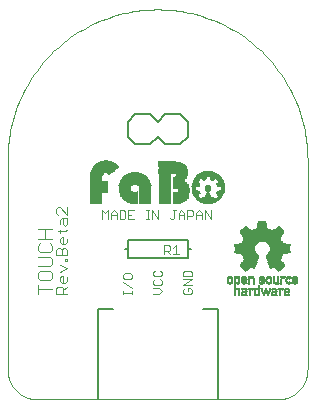
<source format=gto>
G75*
%MOIN*%
%OFA0B0*%
%FSLAX25Y25*%
%IPPOS*%
%LPD*%
%AMOC8*
5,1,8,0,0,1.08239X$1,22.5*
%
%ADD10C,0.00400*%
%ADD11C,0.00300*%
%ADD12C,0.00800*%
%ADD13C,0.00000*%
%ADD14C,0.00500*%
%ADD15R,0.00650X0.00050*%
%ADD16R,0.00950X0.00050*%
%ADD17R,0.00800X0.00050*%
%ADD18R,0.00550X0.00050*%
%ADD19R,0.00600X0.00050*%
%ADD20R,0.01750X0.00050*%
%ADD21R,0.01000X0.00050*%
%ADD22R,0.01200X0.00050*%
%ADD23R,0.01800X0.00050*%
%ADD24R,0.01350X0.00050*%
%ADD25R,0.01900X0.00050*%
%ADD26R,0.00700X0.00050*%
%ADD27R,0.01850X0.00050*%
%ADD28R,0.01500X0.00050*%
%ADD29R,0.01950X0.00050*%
%ADD30R,0.01650X0.00050*%
%ADD31R,0.00750X0.00050*%
%ADD32R,0.02000X0.00050*%
%ADD33R,0.02050X0.00050*%
%ADD34R,0.00850X0.00050*%
%ADD35R,0.02100X0.00050*%
%ADD36R,0.00900X0.00050*%
%ADD37R,0.00450X0.00050*%
%ADD38R,0.00300X0.00050*%
%ADD39R,0.00200X0.00050*%
%ADD40R,0.01050X0.00050*%
%ADD41R,0.00100X0.00050*%
%ADD42R,0.01100X0.00050*%
%ADD43R,0.01150X0.00050*%
%ADD44R,0.02200X0.00050*%
%ADD45R,0.01250X0.00050*%
%ADD46R,0.00150X0.00050*%
%ADD47R,0.00250X0.00050*%
%ADD48R,0.00500X0.00050*%
%ADD49R,0.01550X0.00050*%
%ADD50R,0.01600X0.00050*%
%ADD51R,0.01700X0.00050*%
%ADD52R,0.01400X0.00050*%
%ADD53R,0.01300X0.00050*%
%ADD54R,0.00400X0.00050*%
%ADD55R,0.01450X0.00050*%
%ADD56R,0.02150X0.00050*%
%ADD57R,0.00350X0.00050*%
%ADD58R,0.00050X0.00050*%
%ADD59R,0.02250X0.00050*%
%ADD60R,0.02400X0.00050*%
%ADD61R,0.02500X0.00050*%
%ADD62R,0.02650X0.00050*%
%ADD63R,0.02750X0.00050*%
%ADD64R,0.02900X0.00050*%
%ADD65R,0.03000X0.00050*%
%ADD66R,0.03150X0.00050*%
%ADD67R,0.03250X0.00050*%
%ADD68R,0.04600X0.00050*%
%ADD69R,0.04650X0.00050*%
%ADD70R,0.04750X0.00050*%
%ADD71R,0.04800X0.00050*%
%ADD72R,0.04900X0.00050*%
%ADD73R,0.04950X0.00050*%
%ADD74R,0.05000X0.00050*%
%ADD75R,0.05100X0.00050*%
%ADD76R,0.05150X0.00050*%
%ADD77R,0.05200X0.00050*%
%ADD78R,0.05250X0.00050*%
%ADD79R,0.05050X0.00050*%
%ADD80R,0.04850X0.00050*%
%ADD81R,0.05300X0.00050*%
%ADD82R,0.05350X0.00050*%
%ADD83R,0.05450X0.00050*%
%ADD84R,0.05500X0.00050*%
%ADD85R,0.05550X0.00050*%
%ADD86R,0.05650X0.00050*%
%ADD87R,0.05600X0.00050*%
%ADD88R,0.05400X0.00050*%
%ADD89R,0.05700X0.00050*%
%ADD90R,0.05900X0.00050*%
%ADD91R,0.06150X0.00050*%
%ADD92R,0.06350X0.00050*%
%ADD93R,0.06550X0.00050*%
%ADD94R,0.06850X0.00050*%
%ADD95R,0.07050X0.00050*%
%ADD96R,0.07100X0.00050*%
%ADD97R,0.07000X0.00050*%
%ADD98R,0.06950X0.00050*%
%ADD99R,0.06900X0.00050*%
%ADD100R,0.06800X0.00050*%
%ADD101R,0.06600X0.00050*%
%ADD102R,0.05750X0.00050*%
%ADD103R,0.06050X0.00050*%
%ADD104R,0.13050X0.00050*%
%ADD105R,0.12950X0.00050*%
%ADD106R,0.12850X0.00050*%
%ADD107R,0.12750X0.00050*%
%ADD108R,0.12650X0.00050*%
%ADD109R,0.12550X0.00050*%
%ADD110R,0.12450X0.00050*%
%ADD111R,0.12350X0.00050*%
%ADD112R,0.12250X0.00050*%
%ADD113R,0.12150X0.00050*%
%ADD114R,0.13150X0.00050*%
%ADD115R,0.13250X0.00050*%
%ADD116R,0.13350X0.00050*%
%ADD117R,0.13450X0.00050*%
%ADD118R,0.13550X0.00050*%
%ADD119R,0.13650X0.00050*%
%ADD120R,0.13750X0.00050*%
%ADD121R,0.13850X0.00050*%
%ADD122R,0.13950X0.00050*%
%ADD123R,0.14050X0.00050*%
%ADD124R,0.14150X0.00050*%
%ADD125R,0.14250X0.00050*%
%ADD126R,0.14350X0.00050*%
%ADD127R,0.14450X0.00050*%
%ADD128R,0.14550X0.00050*%
%ADD129R,0.14650X0.00050*%
%ADD130R,0.14750X0.00050*%
%ADD131R,0.14850X0.00050*%
%ADD132R,0.14950X0.00050*%
%ADD133R,0.03450X0.00050*%
%ADD134R,0.06750X0.00050*%
%ADD135R,0.03300X0.00050*%
%ADD136R,0.06450X0.00050*%
%ADD137R,0.03200X0.00050*%
%ADD138R,0.06250X0.00050*%
%ADD139R,0.03050X0.00050*%
%ADD140R,0.05950X0.00050*%
%ADD141R,0.02950X0.00050*%
%ADD142R,0.02850X0.00050*%
%ADD143R,0.02800X0.00050*%
%ADD144R,0.02700X0.00050*%
%ADD145R,0.02600X0.00050*%
%ADD146R,0.02450X0.00050*%
%ADD147R,0.02350X0.00050*%
%ADD148R,0.04550X0.00050*%
%ADD149R,0.04250X0.00050*%
%ADD150R,0.04050X0.00050*%
%ADD151R,0.03750X0.00050*%
%ADD152R,0.03650X0.00050*%
%ADD153R,0.03550X0.00050*%
%ADD154R,0.03350X0.00050*%
%ADD155R,0.01008X0.00048*%
%ADD156R,0.00672X0.00048*%
%ADD157R,0.01776X0.00048*%
%ADD158R,0.01584X0.00048*%
%ADD159R,0.02160X0.00048*%
%ADD160R,0.02208X0.00048*%
%ADD161R,0.02352X0.00048*%
%ADD162R,0.02592X0.00048*%
%ADD163R,0.04272X0.00048*%
%ADD164R,0.02544X0.00048*%
%ADD165R,0.03936X0.00048*%
%ADD166R,0.01008X0.00048*%
%ADD167R,0.02976X0.00048*%
%ADD168R,0.04320X0.00048*%
%ADD169R,0.02736X0.00048*%
%ADD170R,0.03984X0.00048*%
%ADD171R,0.04272X0.00048*%
%ADD172R,0.02016X0.00048*%
%ADD173R,0.03312X0.00048*%
%ADD174R,0.04320X0.00048*%
%ADD175R,0.02880X0.00048*%
%ADD176R,0.03984X0.00048*%
%ADD177R,0.03552X0.00048*%
%ADD178R,0.03024X0.00048*%
%ADD179R,0.02592X0.00048*%
%ADD180R,0.03840X0.00048*%
%ADD181R,0.03120X0.00048*%
%ADD182R,0.02832X0.00048*%
%ADD183R,0.04080X0.00048*%
%ADD184R,0.03216X0.00048*%
%ADD185R,0.02976X0.00048*%
%ADD186R,0.03360X0.00048*%
%ADD187R,0.04512X0.00048*%
%ADD188R,0.03456X0.00048*%
%ADD189R,0.03264X0.00048*%
%ADD190R,0.04752X0.00048*%
%ADD191R,0.04944X0.00048*%
%ADD192R,0.03648X0.00048*%
%ADD193R,0.03456X0.00048*%
%ADD194R,0.05136X0.00048*%
%ADD195R,0.03744X0.00048*%
%ADD196R,0.03552X0.00048*%
%ADD197R,0.05328X0.00048*%
%ADD198R,0.03792X0.00048*%
%ADD199R,0.05472X0.00048*%
%ADD200R,0.03888X0.00048*%
%ADD201R,0.05616X0.00048*%
%ADD202R,0.03840X0.00048*%
%ADD203R,0.05760X0.00048*%
%ADD204R,0.04032X0.00048*%
%ADD205R,0.05952X0.00048*%
%ADD206R,0.04128X0.00048*%
%ADD207R,0.06096X0.00048*%
%ADD208R,0.04176X0.00048*%
%ADD209R,0.06240X0.00048*%
%ADD210R,0.04224X0.00048*%
%ADD211R,0.06336X0.00048*%
%ADD212R,0.04176X0.00048*%
%ADD213R,0.06480X0.00048*%
%ADD214R,0.04368X0.00048*%
%ADD215R,0.04224X0.00048*%
%ADD216R,0.06624X0.00048*%
%ADD217R,0.04464X0.00048*%
%ADD218R,0.06720X0.00048*%
%ADD219R,0.04512X0.00048*%
%ADD220R,0.06864X0.00048*%
%ADD221R,0.04560X0.00048*%
%ADD222R,0.04416X0.00048*%
%ADD223R,0.07008X0.00048*%
%ADD224R,0.04608X0.00048*%
%ADD225R,0.04464X0.00048*%
%ADD226R,0.07104X0.00048*%
%ADD227R,0.04656X0.00048*%
%ADD228R,0.07200X0.00048*%
%ADD229R,0.04704X0.00048*%
%ADD230R,0.07296X0.00048*%
%ADD231R,0.07440X0.00048*%
%ADD232R,0.04800X0.00048*%
%ADD233R,0.07536X0.00048*%
%ADD234R,0.04848X0.00048*%
%ADD235R,0.04704X0.00048*%
%ADD236R,0.07632X0.00048*%
%ADD237R,0.04896X0.00048*%
%ADD238R,0.04752X0.00048*%
%ADD239R,0.07728X0.00048*%
%ADD240R,0.04944X0.00048*%
%ADD241R,0.04800X0.00048*%
%ADD242R,0.07824X0.00048*%
%ADD243R,0.04992X0.00048*%
%ADD244R,0.07920X0.00048*%
%ADD245R,0.05040X0.00048*%
%ADD246R,0.08016X0.00048*%
%ADD247R,0.05088X0.00048*%
%ADD248R,0.08064X0.00048*%
%ADD249R,0.01536X0.00048*%
%ADD250R,0.04704X0.00048*%
%ADD251R,0.05184X0.00048*%
%ADD252R,0.01536X0.00048*%
%ADD253R,0.04560X0.00048*%
%ADD254R,0.05232X0.00048*%
%ADD255R,0.05280X0.00048*%
%ADD256R,0.05280X0.00048*%
%ADD257R,0.01488X0.00048*%
%ADD258R,0.05088X0.00048*%
%ADD259R,0.01488X0.00048*%
%ADD260R,0.05376X0.00048*%
%ADD261R,0.03840X0.00048*%
%ADD262R,0.05424X0.00048*%
%ADD263R,0.05136X0.00048*%
%ADD264R,0.00576X0.00048*%
%ADD265R,0.02304X0.00048*%
%ADD266R,0.00624X0.00048*%
%ADD267R,0.05424X0.00048*%
%ADD268R,0.05184X0.00048*%
%ADD269R,0.00432X0.00048*%
%ADD270R,0.02208X0.00048*%
%ADD271R,0.01440X0.00048*%
%ADD272R,0.00288X0.00048*%
%ADD273R,0.02160X0.00048*%
%ADD274R,0.05520X0.00048*%
%ADD275R,0.05232X0.00048*%
%ADD276R,0.01440X0.00048*%
%ADD277R,0.00144X0.00048*%
%ADD278R,0.02112X0.00048*%
%ADD279R,0.00096X0.00048*%
%ADD280R,0.05568X0.00048*%
%ADD281R,0.02064X0.00048*%
%ADD282R,0.05568X0.00048*%
%ADD283R,0.01392X0.00048*%
%ADD284R,0.05616X0.00048*%
%ADD285R,0.05328X0.00048*%
%ADD286R,0.01392X0.00048*%
%ADD287R,0.02016X0.00048*%
%ADD288R,0.01968X0.00048*%
%ADD289R,0.01392X0.00048*%
%ADD290R,0.05664X0.00048*%
%ADD291R,0.01920X0.00048*%
%ADD292R,0.01344X0.00048*%
%ADD293R,0.05712X0.00048*%
%ADD294R,0.01872X0.00048*%
%ADD295R,0.05712X0.00048*%
%ADD296R,0.05376X0.00048*%
%ADD297R,0.01824X0.00048*%
%ADD298R,0.01824X0.00048*%
%ADD299R,0.05760X0.00048*%
%ADD300R,0.01776X0.00048*%
%ADD301R,0.05808X0.00048*%
%ADD302R,0.01584X0.00048*%
%ADD303R,0.01728X0.00048*%
%ADD304R,0.05808X0.00048*%
%ADD305R,0.05472X0.00048*%
%ADD306R,0.01632X0.00048*%
%ADD307R,0.01680X0.00048*%
%ADD308R,0.05856X0.00048*%
%ADD309R,0.01728X0.00048*%
%ADD310R,0.01632X0.00048*%
%ADD311R,0.01680X0.00048*%
%ADD312R,0.05856X0.00048*%
%ADD313R,0.01728X0.00048*%
%ADD314R,0.05904X0.00048*%
%ADD315R,0.05520X0.00048*%
%ADD316R,0.01920X0.00048*%
%ADD317R,0.01920X0.00048*%
%ADD318R,0.05952X0.00048*%
%ADD319R,0.01968X0.00048*%
%ADD320R,0.01440X0.00048*%
%ADD321R,0.06000X0.00048*%
%ADD322R,0.02064X0.00048*%
%ADD323R,0.06000X0.00048*%
%ADD324R,0.02112X0.00048*%
%ADD325R,0.01344X0.00048*%
%ADD326R,0.06048X0.00048*%
%ADD327R,0.01296X0.00048*%
%ADD328R,0.06048X0.00048*%
%ADD329R,0.02256X0.00048*%
%ADD330R,0.01248X0.00048*%
%ADD331R,0.02304X0.00048*%
%ADD332R,0.01200X0.00048*%
%ADD333R,0.01152X0.00048*%
%ADD334R,0.06096X0.00048*%
%ADD335R,0.02400X0.00048*%
%ADD336R,0.01152X0.00048*%
%ADD337R,0.02352X0.00048*%
%ADD338R,0.06144X0.00048*%
%ADD339R,0.02400X0.00048*%
%ADD340R,0.01104X0.00048*%
%ADD341R,0.06144X0.00048*%
%ADD342R,0.01056X0.00048*%
%ADD343R,0.06192X0.00048*%
%ADD344R,0.00960X0.00048*%
%ADD345R,0.06192X0.00048*%
%ADD346R,0.00912X0.00048*%
%ADD347R,0.00864X0.00048*%
%ADD348R,0.04896X0.00048*%
%ADD349R,0.04848X0.00048*%
%ADD350R,0.00864X0.00048*%
%ADD351R,0.00480X0.00048*%
%ADD352R,0.00816X0.00048*%
%ADD353R,0.04656X0.00048*%
%ADD354R,0.00336X0.00048*%
%ADD355R,0.04128X0.00048*%
%ADD356R,0.00768X0.00048*%
%ADD357R,0.00240X0.00048*%
%ADD358R,0.04032X0.00048*%
%ADD359R,0.00768X0.00048*%
%ADD360R,0.03936X0.00048*%
%ADD361R,0.00816X0.00048*%
%ADD362R,0.00048X0.00048*%
%ADD363R,0.03888X0.00048*%
%ADD364R,0.04416X0.00048*%
%ADD365R,0.02304X0.00048*%
%ADD366R,0.04368X0.00048*%
%ADD367R,0.03792X0.00048*%
%ADD368R,0.01440X0.00048*%
%ADD369R,0.01728X0.00048*%
%ADD370R,0.01296X0.00048*%
%ADD371R,0.01872X0.00048*%
%ADD372R,0.03744X0.00048*%
%ADD373R,0.04080X0.00048*%
%ADD374R,0.05520X0.00048*%
%ADD375R,0.04176X0.00048*%
%ADD376R,0.04176X0.00048*%
%ADD377R,0.02112X0.00048*%
%ADD378R,0.02448X0.00048*%
%ADD379R,0.02496X0.00048*%
%ADD380R,0.02496X0.00048*%
%ADD381R,0.02448X0.00048*%
%ADD382R,0.04320X0.00048*%
%ADD383R,0.02544X0.00048*%
%ADD384R,0.00528X0.00048*%
%ADD385R,0.05040X0.00048*%
%ADD386R,0.02640X0.00048*%
%ADD387R,0.04656X0.00048*%
%ADD388R,0.04992X0.00048*%
%ADD389R,0.02640X0.00048*%
%ADD390R,0.04992X0.00048*%
%ADD391R,0.10560X0.00048*%
%ADD392R,0.02688X0.00048*%
%ADD393R,0.10512X0.00048*%
%ADD394R,0.04848X0.00048*%
%ADD395R,0.10512X0.00048*%
%ADD396R,0.10464X0.00048*%
%ADD397R,0.10416X0.00048*%
%ADD398R,0.02448X0.00048*%
%ADD399R,0.10416X0.00048*%
%ADD400R,0.02448X0.00048*%
%ADD401R,0.10320X0.00048*%
%ADD402R,0.10320X0.00048*%
%ADD403R,0.02256X0.00048*%
%ADD404R,0.02256X0.00048*%
%ADD405R,0.10224X0.00048*%
%ADD406R,0.10224X0.00048*%
%ADD407R,0.10176X0.00048*%
%ADD408R,0.02112X0.00048*%
%ADD409R,0.10176X0.00048*%
%ADD410R,0.02064X0.00048*%
%ADD411R,0.10128X0.00048*%
%ADD412R,0.10080X0.00048*%
%ADD413R,0.01920X0.00048*%
%ADD414R,0.09984X0.00048*%
%ADD415R,0.03840X0.00048*%
%ADD416R,0.09984X0.00048*%
%ADD417R,0.01776X0.00048*%
%ADD418R,0.09888X0.00048*%
%ADD419R,0.03648X0.00048*%
%ADD420R,0.09888X0.00048*%
%ADD421R,0.09792X0.00048*%
%ADD422R,0.09792X0.00048*%
%ADD423R,0.03504X0.00048*%
%ADD424R,0.09744X0.00048*%
%ADD425R,0.03600X0.00048*%
%ADD426R,0.09696X0.00048*%
%ADD427R,0.00096X0.00048*%
%ADD428R,0.09648X0.00048*%
%ADD429R,0.03696X0.00048*%
%ADD430R,0.09600X0.00048*%
%ADD431R,0.00480X0.00048*%
%ADD432R,0.09552X0.00048*%
%ADD433R,0.00672X0.00048*%
%ADD434R,0.09456X0.00048*%
%ADD435R,0.09456X0.00048*%
%ADD436R,0.01056X0.00048*%
%ADD437R,0.09360X0.00048*%
%ADD438R,0.01200X0.00048*%
%ADD439R,0.09264X0.00048*%
%ADD440R,0.01248X0.00048*%
%ADD441R,0.09264X0.00048*%
%ADD442R,0.09168X0.00048*%
%ADD443R,0.01392X0.00048*%
%ADD444R,0.09120X0.00048*%
%ADD445R,0.09072X0.00048*%
%ADD446R,0.01584X0.00048*%
%ADD447R,0.08976X0.00048*%
%ADD448R,0.08928X0.00048*%
%ADD449R,0.08832X0.00048*%
%ADD450R,0.08784X0.00048*%
%ADD451R,0.08736X0.00048*%
%ADD452R,0.03792X0.00048*%
%ADD453R,0.08640X0.00048*%
%ADD454R,0.08544X0.00048*%
%ADD455R,0.08448X0.00048*%
%ADD456R,0.08400X0.00048*%
%ADD457R,0.03696X0.00048*%
%ADD458R,0.08304X0.00048*%
%ADD459R,0.08208X0.00048*%
%ADD460R,0.08112X0.00048*%
%ADD461R,0.03648X0.00048*%
%ADD462R,0.03984X0.00048*%
%ADD463R,0.07968X0.00048*%
%ADD464R,0.03600X0.00048*%
%ADD465R,0.07824X0.00048*%
%ADD466R,0.07728X0.00048*%
%ADD467R,0.03504X0.00048*%
%ADD468R,0.07632X0.00048*%
%ADD469R,0.07536X0.00048*%
%ADD470R,0.03648X0.00048*%
%ADD471R,0.08064X0.00048*%
%ADD472R,0.07440X0.00048*%
%ADD473R,0.08016X0.00048*%
%ADD474R,0.07344X0.00048*%
%ADD475R,0.07920X0.00048*%
%ADD476R,0.07248X0.00048*%
%ADD477R,0.07152X0.00048*%
%ADD478R,0.06960X0.00048*%
%ADD479R,0.06864X0.00048*%
%ADD480R,0.06720X0.00048*%
%ADD481R,0.06576X0.00048*%
%ADD482R,0.06480X0.00048*%
%ADD483R,0.07200X0.00048*%
%ADD484R,0.07104X0.00048*%
%ADD485R,0.04320X0.00048*%
%ADD486R,0.06192X0.00048*%
%ADD487R,0.07008X0.00048*%
%ADD488R,0.00192X0.00048*%
%ADD489R,0.06048X0.00048*%
%ADD490R,0.00384X0.00048*%
%ADD491R,0.05712X0.00048*%
%ADD492R,0.06336X0.00048*%
%ADD493R,0.06240X0.00048*%
%ADD494R,0.04128X0.00048*%
%ADD495R,0.03984X0.00048*%
%ADD496R,0.04512X0.00048*%
%ADD497R,0.09744X0.00048*%
%ADD498R,0.02976X0.00048*%
%ADD499R,0.07248X0.00048*%
%ADD500R,0.07344X0.00048*%
%ADD501R,0.07488X0.00048*%
%ADD502R,0.07488X0.00048*%
%ADD503R,0.07584X0.00048*%
%ADD504R,0.07680X0.00048*%
%ADD505R,0.00624X0.00048*%
%ADD506R,0.07872X0.00048*%
%ADD507R,0.09696X0.00048*%
%ADD508R,0.07920X0.00048*%
%ADD509R,0.07968X0.00048*%
%ADD510R,0.08064X0.00048*%
%ADD511R,0.08160X0.00048*%
%ADD512R,0.08160X0.00048*%
%ADD513R,0.09648X0.00048*%
%ADD514R,0.08208X0.00048*%
%ADD515R,0.08256X0.00048*%
%ADD516R,0.08304X0.00048*%
%ADD517R,0.09600X0.00048*%
%ADD518R,0.08352X0.00048*%
%ADD519R,0.08400X0.00048*%
%ADD520R,0.08448X0.00048*%
%ADD521R,0.09552X0.00048*%
%ADD522R,0.08448X0.00048*%
%ADD523R,0.08496X0.00048*%
%ADD524R,0.09504X0.00048*%
%ADD525R,0.08592X0.00048*%
%ADD526R,0.09504X0.00048*%
%ADD527R,0.08640X0.00048*%
%ADD528R,0.08688X0.00048*%
%ADD529R,0.09408X0.00048*%
%ADD530R,0.08688X0.00048*%
%ADD531R,0.08592X0.00048*%
%ADD532R,0.08544X0.00048*%
%ADD533R,0.09360X0.00048*%
%ADD534R,0.08448X0.00048*%
%ADD535R,0.09312X0.00048*%
%ADD536R,0.08352X0.00048*%
%ADD537R,0.09312X0.00048*%
%ADD538R,0.08256X0.00048*%
%ADD539R,0.08256X0.00048*%
%ADD540R,0.09216X0.00048*%
%ADD541R,0.09168X0.00048*%
%ADD542R,0.07776X0.00048*%
%ADD543R,0.09024X0.00048*%
%ADD544R,0.07680X0.00048*%
%ADD545R,0.09024X0.00048*%
%ADD546R,0.07584X0.00048*%
%ADD547R,0.07392X0.00048*%
%ADD548R,0.08880X0.00048*%
%ADD549R,0.07296X0.00048*%
%ADD550R,0.08832X0.00048*%
%ADD551R,0.08784X0.00048*%
%ADD552R,0.07104X0.00048*%
%ADD553R,0.06912X0.00048*%
%ADD554R,0.06768X0.00048*%
%ADD555R,0.06624X0.00048*%
%ADD556R,0.06528X0.00048*%
%ADD557R,0.06384X0.00048*%
%ADD558R,0.06240X0.00048*%
%ADD559R,0.05856X0.00048*%
%ADD560R,0.05184X0.00048*%
%ADD561R,0.06912X0.00048*%
%ADD562R,0.06288X0.00048*%
%ADD563R,0.03456X0.00048*%
%ADD564R,0.03120X0.00048*%
%ADD565R,0.02784X0.00048*%
D10*
X0016996Y0059206D02*
X0016996Y0062275D01*
X0016996Y0060741D02*
X0021600Y0060741D01*
X0020833Y0063810D02*
X0021600Y0064577D01*
X0021600Y0066112D01*
X0020833Y0066879D01*
X0017763Y0066879D01*
X0016996Y0066112D01*
X0016996Y0064577D01*
X0017763Y0063810D01*
X0020833Y0063810D01*
X0020833Y0068414D02*
X0021600Y0069181D01*
X0021600Y0070716D01*
X0020833Y0071483D01*
X0016996Y0071483D01*
X0017763Y0073018D02*
X0016996Y0073785D01*
X0016996Y0075320D01*
X0017763Y0076087D01*
X0016996Y0077622D02*
X0021600Y0077622D01*
X0020833Y0076087D02*
X0021600Y0075320D01*
X0021600Y0073785D01*
X0020833Y0073018D01*
X0017763Y0073018D01*
X0016996Y0068414D02*
X0020833Y0068414D01*
X0019298Y0077622D02*
X0019298Y0080691D01*
X0016996Y0080691D02*
X0021600Y0080691D01*
D11*
X0023564Y0080030D02*
X0026033Y0080030D01*
X0026650Y0080648D01*
X0026033Y0081869D02*
X0025416Y0082486D01*
X0025416Y0084337D01*
X0024798Y0084337D02*
X0026650Y0084337D01*
X0026650Y0082486D01*
X0026033Y0081869D01*
X0024181Y0082486D02*
X0024181Y0083720D01*
X0024798Y0084337D01*
X0023564Y0085552D02*
X0022947Y0086169D01*
X0022947Y0087403D01*
X0023564Y0088021D01*
X0024181Y0088021D01*
X0026650Y0085552D01*
X0026650Y0088021D01*
X0024181Y0080648D02*
X0024181Y0079413D01*
X0024798Y0078199D02*
X0025416Y0078199D01*
X0025416Y0075730D01*
X0026033Y0075730D02*
X0024798Y0075730D01*
X0024181Y0076347D01*
X0024181Y0077582D01*
X0024798Y0078199D01*
X0026650Y0076347D02*
X0026033Y0075730D01*
X0026650Y0076347D02*
X0026650Y0077582D01*
X0026033Y0074516D02*
X0026650Y0073898D01*
X0026650Y0072047D01*
X0022947Y0072047D01*
X0022947Y0073898D01*
X0023564Y0074516D01*
X0024181Y0074516D01*
X0024798Y0073898D01*
X0024798Y0072047D01*
X0026033Y0070823D02*
X0026033Y0070205D01*
X0026650Y0070205D01*
X0026650Y0070823D01*
X0026033Y0070823D01*
X0024798Y0073898D02*
X0025416Y0074516D01*
X0026033Y0074516D01*
X0024181Y0068991D02*
X0026650Y0067757D01*
X0024181Y0066522D01*
X0024798Y0065308D02*
X0025416Y0065308D01*
X0025416Y0062839D01*
X0026033Y0062839D02*
X0024798Y0062839D01*
X0024181Y0063456D01*
X0024181Y0064691D01*
X0024798Y0065308D01*
X0026650Y0063456D02*
X0026033Y0062839D01*
X0026650Y0063456D02*
X0026650Y0064691D01*
X0026650Y0061625D02*
X0025416Y0060390D01*
X0025416Y0061007D02*
X0025416Y0059156D01*
X0026650Y0059156D02*
X0022947Y0059156D01*
X0022947Y0061007D01*
X0023564Y0061625D01*
X0024798Y0061625D01*
X0025416Y0061007D01*
X0038289Y0084156D02*
X0038289Y0087058D01*
X0039256Y0086091D01*
X0040224Y0087058D01*
X0040224Y0084156D01*
X0041235Y0084156D02*
X0041235Y0086091D01*
X0042203Y0087058D01*
X0043170Y0086091D01*
X0043170Y0084156D01*
X0044182Y0084156D02*
X0045633Y0084156D01*
X0046117Y0084640D01*
X0046117Y0086575D01*
X0045633Y0087058D01*
X0044182Y0087058D01*
X0044182Y0084156D01*
X0043170Y0085607D02*
X0041235Y0085607D01*
X0047128Y0085607D02*
X0048096Y0085607D01*
X0049063Y0084156D02*
X0047128Y0084156D01*
X0047128Y0087058D01*
X0049063Y0087058D01*
X0053021Y0087058D02*
X0053989Y0087058D01*
X0053505Y0087058D02*
X0053505Y0084156D01*
X0053021Y0084156D02*
X0053989Y0084156D01*
X0054986Y0084156D02*
X0054986Y0087058D01*
X0056921Y0084156D01*
X0056921Y0087058D01*
X0060879Y0084640D02*
X0061362Y0084156D01*
X0061846Y0084156D01*
X0062330Y0084640D01*
X0062330Y0087058D01*
X0061846Y0087058D02*
X0062814Y0087058D01*
X0063825Y0086091D02*
X0064793Y0087058D01*
X0065760Y0086091D01*
X0065760Y0084156D01*
X0066772Y0084156D02*
X0066772Y0087058D01*
X0068223Y0087058D01*
X0068707Y0086575D01*
X0068707Y0085607D01*
X0068223Y0085123D01*
X0066772Y0085123D01*
X0065760Y0085607D02*
X0063825Y0085607D01*
X0063825Y0086091D02*
X0063825Y0084156D01*
X0069718Y0084156D02*
X0069718Y0086091D01*
X0070686Y0087058D01*
X0071653Y0086091D01*
X0071653Y0084156D01*
X0072665Y0084156D02*
X0072665Y0087058D01*
X0074600Y0084156D01*
X0074600Y0087058D01*
X0071653Y0085607D02*
X0069718Y0085607D01*
X0062971Y0075358D02*
X0062003Y0074391D01*
X0060992Y0074875D02*
X0060992Y0073907D01*
X0060508Y0073423D01*
X0059057Y0073423D01*
X0059057Y0072456D02*
X0059057Y0075358D01*
X0060508Y0075358D01*
X0060992Y0074875D01*
X0060024Y0073423D02*
X0060992Y0072456D01*
X0062003Y0072456D02*
X0063938Y0072456D01*
X0062971Y0072456D02*
X0062971Y0075358D01*
X0065831Y0066984D02*
X0065348Y0066500D01*
X0065348Y0065049D01*
X0068250Y0065049D01*
X0068250Y0066500D01*
X0067766Y0066984D01*
X0065831Y0066984D01*
X0065348Y0064037D02*
X0068250Y0064037D01*
X0065348Y0062102D01*
X0068250Y0062102D01*
X0067766Y0061091D02*
X0066799Y0061091D01*
X0066799Y0060123D01*
X0067766Y0059156D02*
X0065831Y0059156D01*
X0065348Y0059640D01*
X0065348Y0060607D01*
X0065831Y0061091D01*
X0067766Y0061091D02*
X0068250Y0060607D01*
X0068250Y0059640D01*
X0067766Y0059156D01*
X0058250Y0060123D02*
X0057283Y0061091D01*
X0055348Y0061091D01*
X0055831Y0062102D02*
X0055348Y0062586D01*
X0055348Y0063554D01*
X0055831Y0064037D01*
X0055831Y0065049D02*
X0055348Y0065533D01*
X0055348Y0066500D01*
X0055831Y0066984D01*
X0055831Y0065049D02*
X0057766Y0065049D01*
X0058250Y0065533D01*
X0058250Y0066500D01*
X0057766Y0066984D01*
X0057766Y0064037D02*
X0058250Y0063554D01*
X0058250Y0062586D01*
X0057766Y0062102D01*
X0055831Y0062102D01*
X0055348Y0059156D02*
X0057283Y0059156D01*
X0058250Y0060123D01*
X0048250Y0060123D02*
X0048250Y0059156D01*
X0048250Y0059640D02*
X0045348Y0059640D01*
X0045348Y0060123D02*
X0045348Y0059156D01*
X0048250Y0061120D02*
X0045348Y0063055D01*
X0045831Y0064067D02*
X0045348Y0064551D01*
X0045348Y0065518D01*
X0045831Y0066002D01*
X0047766Y0066002D01*
X0048250Y0065518D01*
X0048250Y0064551D01*
X0047766Y0064067D01*
X0045831Y0064067D01*
D12*
X0046800Y0071006D02*
X0046800Y0074006D01*
X0045800Y0074006D01*
X0046800Y0074006D02*
X0046800Y0077006D01*
X0066800Y0077006D01*
X0066800Y0074006D01*
X0067800Y0074006D01*
X0066800Y0074006D02*
X0066800Y0071006D01*
X0046800Y0071006D01*
X0049300Y0109006D02*
X0054300Y0109006D01*
X0056800Y0111506D01*
X0059300Y0109006D01*
X0064300Y0109006D01*
X0066800Y0111506D01*
X0066800Y0116506D01*
X0064300Y0119006D01*
X0059300Y0119006D01*
X0056800Y0116506D01*
X0054300Y0119006D01*
X0049300Y0119006D01*
X0046800Y0116506D01*
X0046800Y0111506D01*
X0049300Y0109006D01*
D13*
X0016800Y0024006D02*
X0096800Y0024006D01*
X0097042Y0024009D01*
X0097283Y0024018D01*
X0097524Y0024032D01*
X0097765Y0024053D01*
X0098005Y0024079D01*
X0098245Y0024111D01*
X0098484Y0024149D01*
X0098721Y0024192D01*
X0098958Y0024242D01*
X0099193Y0024297D01*
X0099427Y0024357D01*
X0099659Y0024424D01*
X0099890Y0024495D01*
X0100119Y0024573D01*
X0100346Y0024656D01*
X0100571Y0024744D01*
X0100794Y0024838D01*
X0101014Y0024937D01*
X0101232Y0025042D01*
X0101447Y0025151D01*
X0101660Y0025266D01*
X0101870Y0025386D01*
X0102076Y0025511D01*
X0102280Y0025641D01*
X0102481Y0025776D01*
X0102678Y0025916D01*
X0102872Y0026060D01*
X0103062Y0026209D01*
X0103248Y0026363D01*
X0103431Y0026521D01*
X0103610Y0026683D01*
X0103785Y0026850D01*
X0103956Y0027021D01*
X0104123Y0027196D01*
X0104285Y0027375D01*
X0104443Y0027558D01*
X0104597Y0027744D01*
X0104746Y0027934D01*
X0104890Y0028128D01*
X0105030Y0028325D01*
X0105165Y0028526D01*
X0105295Y0028730D01*
X0105420Y0028936D01*
X0105540Y0029146D01*
X0105655Y0029359D01*
X0105764Y0029574D01*
X0105869Y0029792D01*
X0105968Y0030012D01*
X0106062Y0030235D01*
X0106150Y0030460D01*
X0106233Y0030687D01*
X0106311Y0030916D01*
X0106382Y0031147D01*
X0106449Y0031379D01*
X0106509Y0031613D01*
X0106564Y0031848D01*
X0106614Y0032085D01*
X0106657Y0032322D01*
X0106695Y0032561D01*
X0106727Y0032801D01*
X0106753Y0033041D01*
X0106774Y0033282D01*
X0106788Y0033523D01*
X0106797Y0033764D01*
X0106800Y0034006D01*
X0106800Y0104006D01*
X0106785Y0105224D01*
X0106741Y0106440D01*
X0106667Y0107656D01*
X0106563Y0108869D01*
X0106430Y0110079D01*
X0106267Y0111286D01*
X0106075Y0112488D01*
X0105854Y0113686D01*
X0105604Y0114878D01*
X0105325Y0116063D01*
X0105017Y0117241D01*
X0104680Y0118411D01*
X0104315Y0119573D01*
X0103922Y0120725D01*
X0103501Y0121868D01*
X0103052Y0122999D01*
X0102576Y0124120D01*
X0102072Y0125229D01*
X0101542Y0126325D01*
X0100985Y0127408D01*
X0100402Y0128477D01*
X0099794Y0129531D01*
X0099159Y0130571D01*
X0098500Y0131594D01*
X0097816Y0132602D01*
X0097107Y0133592D01*
X0096375Y0134565D01*
X0095619Y0135519D01*
X0094840Y0136455D01*
X0094039Y0137372D01*
X0093215Y0138269D01*
X0092370Y0139145D01*
X0091504Y0140001D01*
X0090617Y0140836D01*
X0089710Y0141648D01*
X0088784Y0142438D01*
X0087838Y0143206D01*
X0086875Y0143950D01*
X0085893Y0144670D01*
X0084894Y0145367D01*
X0083879Y0146039D01*
X0082847Y0146686D01*
X0081800Y0147307D01*
X0080738Y0147903D01*
X0079662Y0148473D01*
X0078573Y0149017D01*
X0077470Y0149533D01*
X0076355Y0150023D01*
X0075229Y0150486D01*
X0074092Y0150921D01*
X0072944Y0151328D01*
X0071787Y0151707D01*
X0070621Y0152058D01*
X0069447Y0152380D01*
X0068265Y0152674D01*
X0067076Y0152939D01*
X0065882Y0153174D01*
X0064682Y0153381D01*
X0063477Y0153558D01*
X0062269Y0153706D01*
X0061057Y0153824D01*
X0059842Y0153913D01*
X0058626Y0153973D01*
X0057409Y0154002D01*
X0056191Y0154002D01*
X0054974Y0153973D01*
X0053758Y0153913D01*
X0052543Y0153824D01*
X0051331Y0153706D01*
X0050123Y0153558D01*
X0048918Y0153381D01*
X0047718Y0153174D01*
X0046524Y0152939D01*
X0045335Y0152674D01*
X0044153Y0152380D01*
X0042979Y0152058D01*
X0041813Y0151707D01*
X0040656Y0151328D01*
X0039508Y0150921D01*
X0038371Y0150486D01*
X0037245Y0150023D01*
X0036130Y0149533D01*
X0035027Y0149017D01*
X0033938Y0148473D01*
X0032862Y0147903D01*
X0031800Y0147307D01*
X0030753Y0146686D01*
X0029721Y0146039D01*
X0028706Y0145367D01*
X0027707Y0144670D01*
X0026725Y0143950D01*
X0025762Y0143206D01*
X0024816Y0142438D01*
X0023890Y0141648D01*
X0022983Y0140836D01*
X0022096Y0140001D01*
X0021230Y0139145D01*
X0020385Y0138269D01*
X0019561Y0137372D01*
X0018760Y0136455D01*
X0017981Y0135519D01*
X0017225Y0134565D01*
X0016493Y0133592D01*
X0015784Y0132602D01*
X0015100Y0131594D01*
X0014441Y0130571D01*
X0013806Y0129531D01*
X0013198Y0128477D01*
X0012615Y0127408D01*
X0012058Y0126325D01*
X0011528Y0125229D01*
X0011024Y0124120D01*
X0010548Y0122999D01*
X0010099Y0121868D01*
X0009678Y0120725D01*
X0009285Y0119573D01*
X0008920Y0118411D01*
X0008583Y0117241D01*
X0008275Y0116063D01*
X0007996Y0114878D01*
X0007746Y0113686D01*
X0007525Y0112488D01*
X0007333Y0111286D01*
X0007170Y0110079D01*
X0007037Y0108869D01*
X0006933Y0107656D01*
X0006859Y0106440D01*
X0006815Y0105224D01*
X0006800Y0104006D01*
X0006800Y0034006D01*
X0006803Y0033764D01*
X0006812Y0033523D01*
X0006826Y0033282D01*
X0006847Y0033041D01*
X0006873Y0032801D01*
X0006905Y0032561D01*
X0006943Y0032322D01*
X0006986Y0032085D01*
X0007036Y0031848D01*
X0007091Y0031613D01*
X0007151Y0031379D01*
X0007218Y0031147D01*
X0007289Y0030916D01*
X0007367Y0030687D01*
X0007450Y0030460D01*
X0007538Y0030235D01*
X0007632Y0030012D01*
X0007731Y0029792D01*
X0007836Y0029574D01*
X0007945Y0029359D01*
X0008060Y0029146D01*
X0008180Y0028936D01*
X0008305Y0028730D01*
X0008435Y0028526D01*
X0008570Y0028325D01*
X0008710Y0028128D01*
X0008854Y0027934D01*
X0009003Y0027744D01*
X0009157Y0027558D01*
X0009315Y0027375D01*
X0009477Y0027196D01*
X0009644Y0027021D01*
X0009815Y0026850D01*
X0009990Y0026683D01*
X0010169Y0026521D01*
X0010352Y0026363D01*
X0010538Y0026209D01*
X0010728Y0026060D01*
X0010922Y0025916D01*
X0011119Y0025776D01*
X0011320Y0025641D01*
X0011524Y0025511D01*
X0011730Y0025386D01*
X0011940Y0025266D01*
X0012153Y0025151D01*
X0012368Y0025042D01*
X0012586Y0024937D01*
X0012806Y0024838D01*
X0013029Y0024744D01*
X0013254Y0024656D01*
X0013481Y0024573D01*
X0013710Y0024495D01*
X0013941Y0024424D01*
X0014173Y0024357D01*
X0014407Y0024297D01*
X0014642Y0024242D01*
X0014879Y0024192D01*
X0015116Y0024149D01*
X0015355Y0024111D01*
X0015595Y0024079D01*
X0015835Y0024053D01*
X0016076Y0024032D01*
X0016317Y0024018D01*
X0016558Y0024009D01*
X0016800Y0024006D01*
D14*
X0036800Y0024006D02*
X0036800Y0054006D01*
X0041800Y0054006D01*
X0071800Y0054006D02*
X0076800Y0054006D01*
X0076800Y0024006D01*
D15*
X0082625Y0058381D03*
X0082625Y0058431D03*
X0082625Y0058481D03*
X0082625Y0058531D03*
X0082625Y0058581D03*
X0082625Y0058631D03*
X0082625Y0058681D03*
X0082625Y0058731D03*
X0082625Y0058781D03*
X0082625Y0058831D03*
X0082625Y0058881D03*
X0082625Y0058931D03*
X0082625Y0058981D03*
X0082625Y0059031D03*
X0082625Y0059081D03*
X0082625Y0059131D03*
X0082625Y0059181D03*
X0082625Y0059231D03*
X0082625Y0059281D03*
X0082625Y0059331D03*
X0082625Y0059381D03*
X0082625Y0059431D03*
X0082625Y0059481D03*
X0082625Y0059531D03*
X0082625Y0059581D03*
X0082625Y0059631D03*
X0082625Y0059681D03*
X0082625Y0059731D03*
X0082625Y0059781D03*
X0082625Y0059831D03*
X0082625Y0059881D03*
X0082625Y0059931D03*
X0082625Y0059981D03*
X0082625Y0060031D03*
X0082625Y0060831D03*
X0082625Y0060881D03*
X0082625Y0060931D03*
X0082625Y0060981D03*
X0082625Y0061031D03*
X0082625Y0061081D03*
X0082625Y0061131D03*
X0082625Y0061181D03*
X0082625Y0061231D03*
X0082625Y0061281D03*
X0082625Y0061331D03*
X0082625Y0061381D03*
X0082625Y0061431D03*
X0082625Y0061481D03*
X0082625Y0061531D03*
X0082625Y0061581D03*
X0082625Y0061631D03*
X0082625Y0061681D03*
X0082625Y0061731D03*
X0082625Y0061781D03*
X0082625Y0061831D03*
X0082625Y0061881D03*
X0082625Y0061931D03*
X0082625Y0061981D03*
X0082625Y0062031D03*
X0082625Y0062081D03*
X0082625Y0062131D03*
X0082625Y0062181D03*
X0082625Y0062231D03*
X0082625Y0062281D03*
X0082625Y0062331D03*
X0082625Y0063181D03*
X0082625Y0063231D03*
X0082625Y0063281D03*
X0082625Y0063331D03*
X0082625Y0063381D03*
X0082625Y0063431D03*
X0082625Y0063481D03*
X0082625Y0063531D03*
X0082625Y0063581D03*
X0082625Y0063631D03*
X0082625Y0063681D03*
X0082625Y0063731D03*
X0082625Y0063781D03*
X0082625Y0063831D03*
X0082625Y0063881D03*
X0082625Y0064731D03*
X0082625Y0064781D03*
X0081625Y0064031D03*
X0081675Y0063931D03*
X0081675Y0063881D03*
X0081675Y0063831D03*
X0081675Y0063781D03*
X0081675Y0063731D03*
X0081675Y0063681D03*
X0081675Y0063631D03*
X0081675Y0063581D03*
X0081675Y0063531D03*
X0081675Y0063481D03*
X0081675Y0063431D03*
X0081675Y0063381D03*
X0081675Y0063331D03*
X0081675Y0063281D03*
X0081675Y0063231D03*
X0081675Y0063181D03*
X0081675Y0063131D03*
X0081625Y0063031D03*
X0080225Y0063031D03*
X0080225Y0064031D03*
X0084075Y0063931D03*
X0084075Y0063881D03*
X0084075Y0063831D03*
X0084075Y0063781D03*
X0084075Y0063731D03*
X0084075Y0063681D03*
X0084075Y0063631D03*
X0084075Y0063581D03*
X0084075Y0063481D03*
X0084075Y0063431D03*
X0084075Y0063381D03*
X0084075Y0063331D03*
X0084075Y0063281D03*
X0084075Y0063231D03*
X0084075Y0063181D03*
X0084075Y0063131D03*
X0084975Y0063131D03*
X0084975Y0063181D03*
X0084975Y0063081D03*
X0084975Y0063031D03*
X0085025Y0062981D03*
X0084975Y0063831D03*
X0084975Y0063931D03*
X0084975Y0063981D03*
X0085025Y0064081D03*
X0086275Y0062831D03*
X0086475Y0063881D03*
X0086425Y0063931D03*
X0086425Y0063981D03*
X0086425Y0064031D03*
X0087425Y0063981D03*
X0087425Y0063931D03*
X0087425Y0063881D03*
X0088875Y0063881D03*
X0088875Y0063931D03*
X0088875Y0063831D03*
X0088875Y0063781D03*
X0088875Y0063731D03*
X0088875Y0063681D03*
X0088875Y0063631D03*
X0088875Y0063581D03*
X0088875Y0063531D03*
X0088875Y0063481D03*
X0088875Y0063431D03*
X0088875Y0063381D03*
X0088875Y0063331D03*
X0088875Y0063281D03*
X0088875Y0063231D03*
X0088875Y0063181D03*
X0088875Y0063131D03*
X0088875Y0063081D03*
X0088875Y0063031D03*
X0088875Y0062981D03*
X0088875Y0062931D03*
X0088875Y0062881D03*
X0088875Y0062831D03*
X0088875Y0062781D03*
X0088875Y0062731D03*
X0088875Y0062681D03*
X0088875Y0062631D03*
X0088875Y0062581D03*
X0088875Y0062531D03*
X0088875Y0062481D03*
X0088875Y0062431D03*
X0088875Y0062381D03*
X0088875Y0062331D03*
X0088875Y0062281D03*
X0088875Y0062231D03*
X0090625Y0061881D03*
X0090625Y0061831D03*
X0090625Y0061781D03*
X0090625Y0061731D03*
X0090625Y0061681D03*
X0090625Y0061631D03*
X0090625Y0061581D03*
X0090625Y0061531D03*
X0090625Y0061481D03*
X0090625Y0061431D03*
X0090625Y0061381D03*
X0090625Y0061331D03*
X0090625Y0061281D03*
X0090625Y0061231D03*
X0090625Y0061181D03*
X0090625Y0061131D03*
X0090625Y0061081D03*
X0090625Y0061031D03*
X0090625Y0060981D03*
X0090625Y0060931D03*
X0090625Y0060881D03*
X0090625Y0060831D03*
X0091425Y0060831D03*
X0091425Y0060881D03*
X0091475Y0060731D03*
X0091475Y0060681D03*
X0091475Y0060631D03*
X0091525Y0060531D03*
X0091525Y0060481D03*
X0091525Y0060431D03*
X0091575Y0060381D03*
X0091575Y0060331D03*
X0091575Y0060281D03*
X0091625Y0060231D03*
X0091625Y0060181D03*
X0091625Y0060131D03*
X0091675Y0060031D03*
X0091675Y0059981D03*
X0091725Y0059831D03*
X0091775Y0059681D03*
X0090625Y0059681D03*
X0090625Y0059731D03*
X0090625Y0059781D03*
X0090625Y0059831D03*
X0090625Y0059881D03*
X0090625Y0059931D03*
X0090625Y0059981D03*
X0090625Y0060031D03*
X0090625Y0059631D03*
X0090625Y0059581D03*
X0090625Y0059531D03*
X0090625Y0059481D03*
X0090625Y0059431D03*
X0090625Y0059381D03*
X0090625Y0059331D03*
X0090625Y0059281D03*
X0090625Y0059231D03*
X0090625Y0058431D03*
X0090625Y0058381D03*
X0089175Y0059231D03*
X0089175Y0059281D03*
X0089175Y0059331D03*
X0089175Y0059381D03*
X0089175Y0059431D03*
X0089175Y0059481D03*
X0089175Y0059531D03*
X0089175Y0059581D03*
X0089175Y0059631D03*
X0089175Y0059681D03*
X0089175Y0059731D03*
X0089175Y0059781D03*
X0089175Y0059831D03*
X0089175Y0059881D03*
X0089175Y0059931D03*
X0089175Y0059981D03*
X0089175Y0060031D03*
X0087475Y0059981D03*
X0087475Y0059931D03*
X0087475Y0059881D03*
X0087475Y0059831D03*
X0087475Y0059781D03*
X0087475Y0059731D03*
X0087475Y0059681D03*
X0087475Y0059631D03*
X0087475Y0059581D03*
X0087475Y0059531D03*
X0087475Y0059481D03*
X0087475Y0059431D03*
X0087475Y0059381D03*
X0087475Y0059331D03*
X0087475Y0059281D03*
X0087475Y0059231D03*
X0087475Y0059181D03*
X0087475Y0059131D03*
X0087475Y0059081D03*
X0087475Y0059031D03*
X0087475Y0058981D03*
X0087475Y0058931D03*
X0087475Y0058881D03*
X0087475Y0058831D03*
X0087475Y0058781D03*
X0087475Y0058731D03*
X0087475Y0058681D03*
X0087475Y0058631D03*
X0087475Y0058581D03*
X0087475Y0058531D03*
X0087475Y0058481D03*
X0087475Y0058431D03*
X0087475Y0058381D03*
X0086425Y0058381D03*
X0086425Y0059031D03*
X0086425Y0059081D03*
X0086425Y0059131D03*
X0086425Y0059181D03*
X0086425Y0059231D03*
X0086425Y0059281D03*
X0086425Y0059331D03*
X0086425Y0059931D03*
X0086425Y0059981D03*
X0086425Y0060031D03*
X0086425Y0060081D03*
X0086425Y0060131D03*
X0086425Y0060181D03*
X0086425Y0060231D03*
X0087475Y0060781D03*
X0087475Y0060831D03*
X0087475Y0060881D03*
X0090875Y0062881D03*
X0091575Y0062231D03*
X0092325Y0062981D03*
X0092325Y0063031D03*
X0092325Y0063081D03*
X0092325Y0063131D03*
X0093125Y0063131D03*
X0093125Y0063181D03*
X0093125Y0063231D03*
X0093125Y0063281D03*
X0093125Y0063331D03*
X0093125Y0063381D03*
X0093125Y0063431D03*
X0093125Y0063481D03*
X0093125Y0063531D03*
X0093125Y0063581D03*
X0093125Y0063631D03*
X0093125Y0063681D03*
X0093125Y0063731D03*
X0093125Y0063781D03*
X0093125Y0063831D03*
X0093125Y0063881D03*
X0093125Y0063931D03*
X0093175Y0063981D03*
X0093175Y0064031D03*
X0093175Y0063081D03*
X0093175Y0063031D03*
X0094625Y0063081D03*
X0094625Y0063131D03*
X0094625Y0063181D03*
X0094625Y0063231D03*
X0094675Y0063431D03*
X0094675Y0063481D03*
X0094675Y0063531D03*
X0094675Y0063581D03*
X0094675Y0063631D03*
X0094625Y0063831D03*
X0094625Y0063881D03*
X0094625Y0063931D03*
X0094625Y0063981D03*
X0095575Y0063981D03*
X0095575Y0064031D03*
X0095575Y0064081D03*
X0095575Y0064131D03*
X0095575Y0064181D03*
X0095575Y0064231D03*
X0095575Y0064281D03*
X0095575Y0064331D03*
X0095575Y0064381D03*
X0095575Y0064431D03*
X0095575Y0064481D03*
X0095575Y0064531D03*
X0095575Y0064581D03*
X0095575Y0064631D03*
X0095575Y0064681D03*
X0095575Y0064731D03*
X0095575Y0064781D03*
X0095575Y0063931D03*
X0095575Y0063881D03*
X0095575Y0063831D03*
X0095575Y0063781D03*
X0095575Y0063731D03*
X0095575Y0063681D03*
X0095575Y0063631D03*
X0095575Y0063581D03*
X0095575Y0063531D03*
X0095575Y0063481D03*
X0095575Y0063431D03*
X0095575Y0063381D03*
X0095575Y0063331D03*
X0095575Y0063281D03*
X0095575Y0063231D03*
X0095575Y0063181D03*
X0097075Y0063181D03*
X0097075Y0063231D03*
X0097075Y0063281D03*
X0097075Y0063331D03*
X0097075Y0063381D03*
X0097075Y0063431D03*
X0097075Y0063481D03*
X0097075Y0063531D03*
X0097075Y0063581D03*
X0097075Y0063631D03*
X0097075Y0063681D03*
X0097075Y0063731D03*
X0097075Y0063781D03*
X0097075Y0063831D03*
X0097075Y0063881D03*
X0097075Y0063931D03*
X0097075Y0063981D03*
X0097075Y0064031D03*
X0097075Y0064081D03*
X0097075Y0064131D03*
X0097075Y0064181D03*
X0097075Y0064231D03*
X0097075Y0064281D03*
X0097075Y0064331D03*
X0097075Y0064381D03*
X0097075Y0064431D03*
X0097075Y0064481D03*
X0097075Y0064531D03*
X0097075Y0064581D03*
X0097075Y0064631D03*
X0097075Y0064681D03*
X0097075Y0064731D03*
X0097075Y0064781D03*
X0098125Y0064781D03*
X0098125Y0064731D03*
X0098125Y0063981D03*
X0098125Y0063931D03*
X0098125Y0063881D03*
X0098125Y0063831D03*
X0098125Y0063781D03*
X0098125Y0063731D03*
X0098125Y0063681D03*
X0098125Y0063631D03*
X0098125Y0063581D03*
X0098125Y0063531D03*
X0098125Y0063481D03*
X0098125Y0063431D03*
X0098125Y0063381D03*
X0098125Y0063331D03*
X0098125Y0063281D03*
X0098125Y0063231D03*
X0098125Y0063181D03*
X0098125Y0063131D03*
X0098125Y0063081D03*
X0098125Y0063031D03*
X0098125Y0062981D03*
X0098125Y0062931D03*
X0098125Y0062881D03*
X0098125Y0062831D03*
X0098125Y0062781D03*
X0098125Y0062731D03*
X0098125Y0062681D03*
X0098125Y0062631D03*
X0098125Y0062581D03*
X0098125Y0062531D03*
X0098125Y0062481D03*
X0098125Y0062431D03*
X0098125Y0062381D03*
X0098125Y0062331D03*
X0098125Y0062281D03*
X0097075Y0062281D03*
X0097075Y0062331D03*
X0097475Y0060881D03*
X0097475Y0060831D03*
X0097475Y0060781D03*
X0097475Y0059931D03*
X0097475Y0059881D03*
X0097475Y0059831D03*
X0097475Y0059781D03*
X0097475Y0059731D03*
X0097475Y0059681D03*
X0097475Y0059631D03*
X0097475Y0059581D03*
X0097475Y0059531D03*
X0097475Y0059481D03*
X0097475Y0059431D03*
X0097475Y0059381D03*
X0097475Y0059331D03*
X0097475Y0059281D03*
X0097475Y0059231D03*
X0097475Y0059181D03*
X0097475Y0059131D03*
X0097475Y0059081D03*
X0097475Y0059031D03*
X0097475Y0058981D03*
X0097475Y0058931D03*
X0097475Y0058881D03*
X0097475Y0058831D03*
X0097475Y0058781D03*
X0097475Y0058731D03*
X0097475Y0058681D03*
X0097475Y0058631D03*
X0097475Y0058581D03*
X0097475Y0058531D03*
X0097475Y0058481D03*
X0097475Y0058431D03*
X0097475Y0058381D03*
X0096425Y0059031D03*
X0096425Y0059081D03*
X0096425Y0059131D03*
X0096425Y0059181D03*
X0096425Y0059231D03*
X0096425Y0059931D03*
X0096425Y0060131D03*
X0096425Y0060181D03*
X0096425Y0060231D03*
X0094975Y0059281D03*
X0094975Y0059031D03*
X0094975Y0058981D03*
X0094025Y0059581D03*
X0094075Y0059731D03*
X0094075Y0059781D03*
X0094125Y0059931D03*
X0094175Y0060081D03*
X0094175Y0060131D03*
X0094225Y0060231D03*
X0094225Y0060281D03*
X0094225Y0060331D03*
X0094275Y0060381D03*
X0094275Y0060431D03*
X0094275Y0060481D03*
X0094325Y0060531D03*
X0094325Y0060581D03*
X0094325Y0060631D03*
X0094375Y0060731D03*
X0094375Y0060781D03*
X0093675Y0058481D03*
X0092175Y0058481D03*
X0092175Y0058531D03*
X0092925Y0060631D03*
X0090875Y0063981D03*
X0090875Y0064031D03*
X0090875Y0064081D03*
X0090875Y0064131D03*
X0090925Y0064181D03*
X0091575Y0064831D03*
X0086175Y0066831D03*
X0084075Y0060081D03*
X0084075Y0060031D03*
X0084075Y0059981D03*
X0084075Y0059931D03*
X0084075Y0059881D03*
X0084075Y0059831D03*
X0084075Y0059781D03*
X0084075Y0059731D03*
X0084075Y0059681D03*
X0084075Y0059631D03*
X0084075Y0059581D03*
X0084075Y0059531D03*
X0084075Y0059481D03*
X0084075Y0059431D03*
X0084075Y0059381D03*
X0084075Y0059331D03*
X0084075Y0059281D03*
X0084075Y0059231D03*
X0084075Y0059181D03*
X0084075Y0059131D03*
X0084075Y0059081D03*
X0084075Y0059031D03*
X0084075Y0058981D03*
X0084075Y0058931D03*
X0084075Y0058881D03*
X0084075Y0058831D03*
X0084075Y0058781D03*
X0084075Y0058731D03*
X0084075Y0058681D03*
X0084075Y0058631D03*
X0084075Y0058581D03*
X0084075Y0058531D03*
X0084075Y0058481D03*
X0084075Y0058431D03*
X0084075Y0058381D03*
X0084975Y0058981D03*
X0084975Y0059281D03*
X0097375Y0066831D03*
X0099775Y0063931D03*
X0099775Y0063881D03*
X0099725Y0063831D03*
X0099725Y0063781D03*
X0099725Y0063731D03*
X0099725Y0063681D03*
X0099725Y0063631D03*
X0099725Y0063581D03*
X0099725Y0063531D03*
X0099725Y0063481D03*
X0099725Y0063431D03*
X0099725Y0063381D03*
X0099725Y0063331D03*
X0099725Y0063281D03*
X0099725Y0063231D03*
X0099775Y0063181D03*
X0099775Y0063131D03*
X0101875Y0063181D03*
X0101875Y0063231D03*
X0101925Y0063081D03*
X0101925Y0063031D03*
X0101875Y0063831D03*
X0101875Y0063881D03*
X0101925Y0064031D03*
X0101975Y0064131D03*
X0103325Y0064081D03*
X0103325Y0064031D03*
X0103175Y0062831D03*
X0100675Y0060081D03*
X0100675Y0060031D03*
X0100675Y0059981D03*
X0100675Y0059931D03*
X0099275Y0060181D03*
X0099225Y0060131D03*
X0099225Y0060081D03*
X0099175Y0059331D03*
X0099225Y0059181D03*
X0099225Y0059131D03*
X0099275Y0059081D03*
D16*
X0100025Y0058381D03*
X0095575Y0058381D03*
X0093675Y0058981D03*
X0092925Y0060181D03*
X0092175Y0058981D03*
X0089375Y0058931D03*
X0085575Y0058381D03*
X0085775Y0062281D03*
X0083525Y0062331D03*
X0083525Y0064731D03*
X0088275Y0064731D03*
X0088825Y0067781D03*
X0094725Y0067781D03*
X0098975Y0064731D03*
X0096175Y0062331D03*
D17*
X0097000Y0062931D03*
X0094500Y0062881D03*
X0093300Y0062881D03*
X0094500Y0064181D03*
X0097350Y0066881D03*
X0094700Y0067731D03*
X0091000Y0063881D03*
X0088750Y0064181D03*
X0089300Y0060281D03*
X0090550Y0060231D03*
X0090550Y0058981D03*
X0089750Y0058381D03*
X0092150Y0058731D03*
X0093650Y0058731D03*
X0093650Y0058781D03*
X0093650Y0058681D03*
X0092900Y0060381D03*
X0092900Y0060431D03*
X0096350Y0058931D03*
X0097550Y0060231D03*
X0099400Y0058931D03*
X0099950Y0060881D03*
X0102050Y0064231D03*
X0103200Y0064231D03*
X0088850Y0067731D03*
X0086200Y0066881D03*
X0085150Y0064231D03*
X0085100Y0062881D03*
X0083950Y0062881D03*
X0082700Y0062931D03*
X0081550Y0062881D03*
X0080300Y0062881D03*
X0080300Y0064181D03*
X0081550Y0064181D03*
X0083500Y0064781D03*
X0084000Y0060231D03*
X0082700Y0060231D03*
X0086300Y0060331D03*
X0086350Y0058931D03*
X0087550Y0060231D03*
D18*
X0085775Y0062231D03*
X0086175Y0066781D03*
X0088925Y0067631D03*
X0094625Y0067631D03*
X0097375Y0066781D03*
X0100575Y0062231D03*
X0102625Y0064831D03*
X0095225Y0060331D03*
X0093225Y0059831D03*
X0093225Y0059781D03*
X0093275Y0059631D03*
X0093325Y0059481D03*
X0092575Y0059681D03*
X0092575Y0059731D03*
X0092525Y0059581D03*
X0092525Y0059531D03*
X0092475Y0059431D03*
X0092175Y0058381D03*
X0092925Y0060781D03*
X0080925Y0062231D03*
X0080175Y0063431D03*
X0080175Y0063481D03*
X0080175Y0063531D03*
X0080175Y0063581D03*
X0080175Y0063631D03*
D19*
X0080200Y0063681D03*
X0080200Y0063731D03*
X0080200Y0063781D03*
X0080200Y0063831D03*
X0080200Y0063881D03*
X0080200Y0063931D03*
X0080200Y0063981D03*
X0080200Y0063381D03*
X0080200Y0063331D03*
X0080200Y0063281D03*
X0080200Y0063231D03*
X0080200Y0063181D03*
X0080200Y0063131D03*
X0080200Y0063081D03*
X0080900Y0064831D03*
X0082600Y0064831D03*
X0084100Y0063531D03*
X0084950Y0063231D03*
X0084950Y0063881D03*
X0085000Y0064031D03*
X0087400Y0063831D03*
X0087400Y0063781D03*
X0087400Y0063731D03*
X0087400Y0063681D03*
X0087400Y0063631D03*
X0087400Y0063581D03*
X0087400Y0063531D03*
X0087400Y0063481D03*
X0087400Y0063431D03*
X0087400Y0063381D03*
X0087400Y0063331D03*
X0087400Y0063281D03*
X0087400Y0063231D03*
X0087400Y0063181D03*
X0087400Y0063131D03*
X0087400Y0063081D03*
X0087400Y0063031D03*
X0087400Y0062981D03*
X0087400Y0062931D03*
X0087400Y0062881D03*
X0087400Y0062831D03*
X0087400Y0062781D03*
X0087400Y0062731D03*
X0087400Y0062681D03*
X0087400Y0062631D03*
X0087400Y0062581D03*
X0087400Y0062531D03*
X0087400Y0062481D03*
X0087400Y0062431D03*
X0087400Y0062381D03*
X0087400Y0062331D03*
X0087400Y0062281D03*
X0087400Y0062231D03*
X0085650Y0060931D03*
X0084950Y0059231D03*
X0084950Y0059181D03*
X0084950Y0059131D03*
X0084950Y0059081D03*
X0084950Y0059031D03*
X0087400Y0064731D03*
X0087400Y0064781D03*
X0087400Y0064831D03*
X0090650Y0061931D03*
X0091650Y0060081D03*
X0091700Y0059931D03*
X0091700Y0059881D03*
X0091750Y0059781D03*
X0091750Y0059731D03*
X0091800Y0059631D03*
X0091800Y0059581D03*
X0091800Y0059531D03*
X0091850Y0059481D03*
X0091850Y0059431D03*
X0092500Y0059481D03*
X0092550Y0059631D03*
X0092600Y0059781D03*
X0092600Y0059831D03*
X0093250Y0059731D03*
X0093250Y0059681D03*
X0093300Y0059581D03*
X0093300Y0059531D03*
X0094000Y0059531D03*
X0094000Y0059481D03*
X0094050Y0059631D03*
X0094050Y0059681D03*
X0094100Y0059831D03*
X0094100Y0059881D03*
X0094150Y0059981D03*
X0094150Y0060031D03*
X0094200Y0060181D03*
X0094950Y0059231D03*
X0094950Y0059181D03*
X0094950Y0059131D03*
X0094950Y0059081D03*
X0093650Y0058431D03*
X0093650Y0058381D03*
X0092150Y0058431D03*
X0092900Y0060681D03*
X0092900Y0060731D03*
X0093900Y0062231D03*
X0094650Y0063281D03*
X0094650Y0063331D03*
X0094650Y0063381D03*
X0094650Y0063681D03*
X0094650Y0063731D03*
X0094650Y0063781D03*
X0093900Y0064831D03*
X0092100Y0064231D03*
X0095600Y0064831D03*
X0097050Y0064831D03*
X0098100Y0064831D03*
X0100600Y0064831D03*
X0101900Y0063981D03*
X0101900Y0063931D03*
X0101900Y0063131D03*
X0101100Y0062881D03*
X0102700Y0062231D03*
X0103350Y0063831D03*
X0103350Y0063881D03*
X0103350Y0063931D03*
X0103350Y0063981D03*
X0099200Y0060031D03*
X0099200Y0059981D03*
X0099200Y0059931D03*
X0099200Y0059281D03*
X0099200Y0059231D03*
X0100500Y0058931D03*
X0098100Y0062231D03*
X0097050Y0062231D03*
X0095650Y0060931D03*
X0096450Y0060081D03*
X0096450Y0060031D03*
X0096450Y0059981D03*
X0096450Y0059331D03*
X0096450Y0059281D03*
X0096450Y0058381D03*
X0097350Y0081331D03*
X0086200Y0081331D03*
D20*
X0087975Y0064681D03*
X0085725Y0064431D03*
X0083175Y0064681D03*
X0080925Y0064431D03*
X0080925Y0062631D03*
X0083175Y0062381D03*
X0083175Y0060781D03*
X0085875Y0059781D03*
X0085875Y0058431D03*
X0088025Y0060581D03*
X0090075Y0060781D03*
X0091525Y0062481D03*
X0091675Y0063481D03*
X0091625Y0063531D03*
X0091575Y0063581D03*
X0091525Y0063631D03*
X0091625Y0064581D03*
X0093875Y0064431D03*
X0093875Y0062631D03*
X0096525Y0062381D03*
X0095725Y0060631D03*
X0095875Y0059781D03*
X0095875Y0058431D03*
X0098025Y0060581D03*
X0100025Y0058631D03*
X0100575Y0062581D03*
X0100575Y0064481D03*
X0098675Y0064531D03*
X0098675Y0064681D03*
X0090075Y0058481D03*
D21*
X0089750Y0058431D03*
X0090450Y0058931D03*
X0092150Y0059031D03*
X0092150Y0059081D03*
X0092900Y0060081D03*
X0092900Y0060131D03*
X0093650Y0059081D03*
X0093650Y0059031D03*
X0095700Y0060881D03*
X0099950Y0060831D03*
X0094750Y0067831D03*
X0091600Y0064781D03*
X0091550Y0062281D03*
X0088800Y0067831D03*
X0086250Y0081181D03*
X0097300Y0081181D03*
D22*
X0102650Y0064681D03*
X0102700Y0062331D03*
X0100000Y0058431D03*
X0099950Y0060781D03*
X0093650Y0059381D03*
X0092150Y0059381D03*
X0092150Y0059331D03*
X0085700Y0064681D03*
D23*
X0085700Y0064381D03*
X0086300Y0067281D03*
X0088000Y0064631D03*
X0085800Y0062581D03*
X0085700Y0060631D03*
X0085800Y0060381D03*
X0085850Y0058481D03*
X0088050Y0060631D03*
X0090050Y0060731D03*
X0090050Y0058531D03*
X0093900Y0062681D03*
X0093900Y0064381D03*
X0091650Y0064531D03*
X0095700Y0060581D03*
X0095800Y0060381D03*
X0095850Y0059731D03*
X0095850Y0058481D03*
X0098050Y0060631D03*
X0099950Y0060481D03*
X0102700Y0062581D03*
X0102650Y0064381D03*
X0098700Y0064581D03*
X0098700Y0064631D03*
X0097250Y0067281D03*
X0083200Y0064631D03*
X0083200Y0062431D03*
X0083200Y0060731D03*
D24*
X0080925Y0062431D03*
X0080925Y0064631D03*
X0085725Y0064631D03*
X0085775Y0062381D03*
X0091925Y0063281D03*
X0100025Y0058481D03*
X0102625Y0064631D03*
X0097275Y0081031D03*
X0086275Y0081031D03*
D25*
X0086300Y0067331D03*
X0085700Y0064281D03*
X0085700Y0062781D03*
X0085750Y0062731D03*
X0085800Y0062631D03*
X0085700Y0060531D03*
X0085800Y0059681D03*
X0085800Y0058531D03*
X0083250Y0060631D03*
X0083250Y0062531D03*
X0083250Y0064531D03*
X0088050Y0064531D03*
X0091550Y0064331D03*
X0091600Y0064381D03*
X0091650Y0064481D03*
X0093900Y0064331D03*
X0093900Y0062731D03*
X0096450Y0062481D03*
X0095700Y0060531D03*
X0095750Y0060481D03*
X0095800Y0059681D03*
X0095800Y0058581D03*
X0099950Y0060381D03*
X0100000Y0058831D03*
X0100050Y0058731D03*
X0100600Y0062681D03*
X0100500Y0062831D03*
X0100500Y0064231D03*
X0100600Y0064381D03*
X0102650Y0064281D03*
X0102700Y0062681D03*
X0097250Y0067331D03*
X0090000Y0060631D03*
X0090000Y0058631D03*
D26*
X0090600Y0059081D03*
X0090600Y0059131D03*
X0090600Y0059181D03*
X0090600Y0060081D03*
X0090600Y0060131D03*
X0091500Y0060581D03*
X0091450Y0060781D03*
X0092900Y0060581D03*
X0092900Y0060531D03*
X0093650Y0058631D03*
X0093650Y0058581D03*
X0093650Y0058531D03*
X0092150Y0058581D03*
X0094350Y0060681D03*
X0094400Y0060831D03*
X0094400Y0060881D03*
X0096400Y0060281D03*
X0097500Y0060081D03*
X0097500Y0060031D03*
X0097500Y0059981D03*
X0096400Y0058981D03*
X0099300Y0059031D03*
X0099300Y0060231D03*
X0100600Y0060231D03*
X0100650Y0060181D03*
X0100650Y0060131D03*
X0099850Y0062981D03*
X0099800Y0063031D03*
X0099800Y0063081D03*
X0099800Y0063981D03*
X0099800Y0064031D03*
X0099850Y0064081D03*
X0098150Y0064031D03*
X0097050Y0063131D03*
X0097050Y0063081D03*
X0095650Y0063031D03*
X0095650Y0062981D03*
X0095600Y0063081D03*
X0095600Y0063131D03*
X0094600Y0063031D03*
X0094600Y0062981D03*
X0094550Y0062931D03*
X0094600Y0064031D03*
X0094600Y0064081D03*
X0094550Y0064131D03*
X0093200Y0064081D03*
X0093200Y0062981D03*
X0092300Y0062931D03*
X0092300Y0063181D03*
X0090900Y0063931D03*
X0088850Y0063981D03*
X0088850Y0064031D03*
X0087450Y0064031D03*
X0087450Y0064081D03*
X0086450Y0063831D03*
X0086400Y0064081D03*
X0085050Y0064131D03*
X0084050Y0064081D03*
X0084050Y0064031D03*
X0084050Y0063981D03*
X0084050Y0063081D03*
X0084050Y0063031D03*
X0084050Y0062981D03*
X0085050Y0062931D03*
X0082650Y0063031D03*
X0082650Y0063081D03*
X0082650Y0063131D03*
X0082650Y0063931D03*
X0082650Y0063981D03*
X0082650Y0064031D03*
X0081650Y0063981D03*
X0081600Y0064081D03*
X0081650Y0063081D03*
X0081600Y0062981D03*
X0080250Y0062981D03*
X0080250Y0064081D03*
X0082650Y0060131D03*
X0082650Y0060081D03*
X0083500Y0060881D03*
X0084050Y0060131D03*
X0086400Y0060281D03*
X0087500Y0060131D03*
X0087500Y0060081D03*
X0087500Y0060031D03*
X0086400Y0058981D03*
X0089200Y0059081D03*
X0089200Y0059131D03*
X0089200Y0059181D03*
X0089250Y0059031D03*
X0089200Y0060081D03*
X0089200Y0060131D03*
X0089750Y0060881D03*
X0088900Y0067681D03*
X0094650Y0067681D03*
X0101950Y0064081D03*
X0101950Y0062981D03*
X0102000Y0062931D03*
X0103300Y0064131D03*
D27*
X0102625Y0064331D03*
X0102625Y0062781D03*
X0102725Y0062631D03*
X0100575Y0062631D03*
X0099975Y0060431D03*
X0099925Y0058881D03*
X0100025Y0058681D03*
X0098075Y0060681D03*
X0098075Y0060731D03*
X0095775Y0060431D03*
X0095825Y0058531D03*
X0096475Y0062431D03*
X0100575Y0064431D03*
X0091525Y0064281D03*
X0091525Y0062531D03*
X0090025Y0060681D03*
X0090025Y0058581D03*
X0088075Y0060681D03*
X0088075Y0060731D03*
X0085775Y0060431D03*
X0085675Y0060581D03*
X0085825Y0059731D03*
X0083225Y0060681D03*
X0083225Y0062481D03*
X0083225Y0064581D03*
X0080925Y0064381D03*
X0080925Y0064331D03*
X0080925Y0062731D03*
X0080925Y0062681D03*
X0085725Y0064331D03*
X0088025Y0064581D03*
X0086325Y0080831D03*
X0097225Y0080831D03*
D28*
X0093900Y0064581D03*
X0093900Y0062481D03*
X0096000Y0059881D03*
X0098550Y0064231D03*
X0100000Y0058531D03*
X0102700Y0062431D03*
X0102650Y0064581D03*
X0085700Y0064581D03*
X0086000Y0059881D03*
X0080900Y0064581D03*
D29*
X0080925Y0064281D03*
X0080925Y0064231D03*
X0080925Y0062831D03*
X0080925Y0062781D03*
X0083275Y0062581D03*
X0083275Y0060581D03*
X0083275Y0060531D03*
X0085725Y0060481D03*
X0085775Y0059631D03*
X0085775Y0058631D03*
X0085775Y0058581D03*
X0085775Y0062681D03*
X0088075Y0064431D03*
X0088075Y0064481D03*
X0091625Y0064431D03*
X0093875Y0064281D03*
X0093875Y0062781D03*
X0096425Y0062581D03*
X0096425Y0062531D03*
X0095775Y0059631D03*
X0095775Y0059581D03*
X0095775Y0058631D03*
X0100025Y0058781D03*
X0100575Y0062731D03*
X0100525Y0062781D03*
X0100525Y0064281D03*
X0100575Y0064331D03*
X0102675Y0062731D03*
X0089975Y0060581D03*
X0089975Y0060531D03*
X0089975Y0058681D03*
X0083275Y0064481D03*
X0086325Y0080781D03*
X0097225Y0080781D03*
D30*
X0097275Y0067231D03*
X0098625Y0064431D03*
X0098625Y0064381D03*
X0100575Y0064531D03*
X0100575Y0062531D03*
X0102625Y0064481D03*
X0097975Y0060481D03*
X0097975Y0060431D03*
X0095925Y0059831D03*
X0095725Y0060681D03*
X0091775Y0063381D03*
X0091425Y0063731D03*
X0087975Y0060481D03*
X0085925Y0059831D03*
X0085725Y0064481D03*
X0086275Y0067231D03*
X0080925Y0064481D03*
X0080925Y0062581D03*
X0100025Y0058581D03*
D31*
X0099325Y0058981D03*
X0099325Y0060281D03*
X0098375Y0060881D03*
X0097525Y0060181D03*
X0097525Y0060131D03*
X0096175Y0062281D03*
X0095675Y0062931D03*
X0097025Y0062981D03*
X0097025Y0063031D03*
X0098175Y0064081D03*
X0098175Y0064131D03*
X0098975Y0064781D03*
X0099875Y0064131D03*
X0099875Y0062931D03*
X0102025Y0062881D03*
X0102025Y0064181D03*
X0103275Y0064181D03*
X0100575Y0060281D03*
X0095025Y0059331D03*
X0095025Y0058931D03*
X0092925Y0060481D03*
X0092175Y0058681D03*
X0092175Y0058631D03*
X0090575Y0059031D03*
X0090575Y0060181D03*
X0089275Y0060231D03*
X0089225Y0060181D03*
X0088375Y0060881D03*
X0087525Y0060181D03*
X0089275Y0058981D03*
X0092275Y0062881D03*
X0093225Y0062931D03*
X0093225Y0064131D03*
X0093275Y0064181D03*
X0090975Y0064231D03*
X0088825Y0064081D03*
X0088775Y0064131D03*
X0088275Y0064781D03*
X0087475Y0064131D03*
X0086375Y0064131D03*
X0086325Y0064181D03*
X0085075Y0064181D03*
X0084025Y0064131D03*
X0083975Y0064181D03*
X0084025Y0062931D03*
X0083525Y0062281D03*
X0082675Y0062981D03*
X0082675Y0064081D03*
X0082675Y0064131D03*
X0081575Y0064131D03*
X0081575Y0062931D03*
X0080275Y0062931D03*
X0080275Y0064131D03*
X0082675Y0060181D03*
X0084025Y0060181D03*
X0085025Y0059331D03*
X0085025Y0058931D03*
X0086225Y0081281D03*
X0097325Y0081281D03*
D32*
X0097250Y0067381D03*
X0093900Y0064231D03*
X0093900Y0062831D03*
X0091500Y0062581D03*
X0089950Y0060481D03*
X0089950Y0060431D03*
X0089950Y0058831D03*
X0089950Y0058781D03*
X0089950Y0058731D03*
X0085750Y0058681D03*
X0085750Y0059531D03*
X0085750Y0059581D03*
X0083300Y0060481D03*
X0083300Y0062631D03*
X0083300Y0062681D03*
X0083300Y0064381D03*
X0083300Y0064431D03*
X0086300Y0067381D03*
X0088100Y0064381D03*
X0088100Y0064331D03*
X0096400Y0062631D03*
X0095750Y0059531D03*
X0095750Y0058731D03*
X0095750Y0058681D03*
D33*
X0095725Y0058781D03*
X0095725Y0058831D03*
X0095725Y0059381D03*
X0095725Y0059431D03*
X0095725Y0059481D03*
X0096375Y0062681D03*
X0096375Y0062731D03*
X0096375Y0062781D03*
X0089925Y0060381D03*
X0089925Y0060331D03*
X0089925Y0058881D03*
X0088125Y0064231D03*
X0088125Y0064281D03*
X0085725Y0059481D03*
X0085725Y0059431D03*
X0085725Y0058781D03*
X0085725Y0058731D03*
X0083325Y0060331D03*
X0083325Y0060381D03*
X0083325Y0060431D03*
X0083325Y0062731D03*
X0083325Y0062781D03*
X0083325Y0062831D03*
X0083325Y0064231D03*
X0083325Y0064281D03*
X0083325Y0064331D03*
D34*
X0082725Y0064181D03*
X0082725Y0062881D03*
X0080925Y0062281D03*
X0082725Y0060281D03*
X0083975Y0060281D03*
X0085175Y0062831D03*
X0086275Y0064231D03*
X0085725Y0064781D03*
X0087525Y0064181D03*
X0090525Y0060281D03*
X0092175Y0058831D03*
X0092175Y0058781D03*
X0093675Y0058831D03*
X0092925Y0060331D03*
X0093875Y0062281D03*
X0092225Y0062831D03*
X0090925Y0062831D03*
X0095725Y0062881D03*
X0096325Y0060331D03*
X0098225Y0064181D03*
X0099925Y0064181D03*
X0100575Y0064781D03*
X0099925Y0062881D03*
X0100575Y0062281D03*
X0099425Y0060331D03*
X0102625Y0064781D03*
X0097325Y0081231D03*
X0086225Y0081231D03*
X0080925Y0064781D03*
D35*
X0085700Y0059381D03*
X0085700Y0058881D03*
X0085700Y0058831D03*
X0091500Y0062631D03*
X0096350Y0062831D03*
X0095700Y0058881D03*
X0102600Y0063281D03*
X0102600Y0063331D03*
X0102600Y0063381D03*
X0102600Y0063431D03*
X0102600Y0063481D03*
X0102600Y0063531D03*
X0102600Y0063581D03*
X0102600Y0063631D03*
X0102600Y0063681D03*
X0102600Y0063731D03*
X0102600Y0063781D03*
X0097200Y0080731D03*
X0086350Y0080731D03*
D36*
X0086200Y0066931D03*
X0088350Y0060831D03*
X0087600Y0060281D03*
X0089750Y0060831D03*
X0092150Y0058931D03*
X0092150Y0058881D03*
X0093650Y0058881D03*
X0093650Y0058931D03*
X0092900Y0060231D03*
X0092900Y0060281D03*
X0092200Y0063231D03*
X0093900Y0064781D03*
X0096950Y0062881D03*
X0098350Y0060831D03*
X0097600Y0060281D03*
X0100500Y0060331D03*
X0102700Y0062281D03*
X0102100Y0062831D03*
X0097350Y0066931D03*
X0083500Y0060831D03*
D37*
X0088375Y0060931D03*
X0089725Y0060931D03*
X0092175Y0064181D03*
X0094575Y0067581D03*
X0097375Y0066731D03*
X0096175Y0062231D03*
X0098375Y0060931D03*
X0100525Y0058981D03*
X0103225Y0062881D03*
X0088975Y0067581D03*
X0086175Y0066731D03*
D38*
X0086150Y0066681D03*
X0086300Y0062931D03*
X0085200Y0060281D03*
X0089000Y0067531D03*
X0094550Y0067531D03*
X0097400Y0066681D03*
X0095200Y0060281D03*
X0100550Y0059031D03*
X0103250Y0062931D03*
D39*
X0103250Y0062981D03*
X0099150Y0064181D03*
X0100550Y0059081D03*
X0095200Y0060231D03*
X0092200Y0064081D03*
X0086300Y0062981D03*
X0085200Y0060231D03*
D40*
X0085675Y0060881D03*
X0088375Y0060781D03*
X0092175Y0059131D03*
X0092925Y0060031D03*
X0093675Y0059131D03*
X0098375Y0060781D03*
X0102625Y0064731D03*
X0097325Y0066981D03*
X0086225Y0066981D03*
X0080925Y0062331D03*
D41*
X0085200Y0060181D03*
X0086300Y0063031D03*
X0086150Y0066631D03*
X0095200Y0060181D03*
X0098550Y0060231D03*
X0100550Y0059131D03*
X0103250Y0063031D03*
X0099150Y0064131D03*
X0097400Y0066631D03*
D42*
X0094800Y0067881D03*
X0093900Y0064731D03*
X0093900Y0062331D03*
X0092900Y0059981D03*
X0092900Y0059931D03*
X0092150Y0059231D03*
X0092150Y0059181D03*
X0093650Y0059181D03*
X0093650Y0059231D03*
X0100600Y0062331D03*
X0088750Y0067881D03*
X0085700Y0064731D03*
X0080900Y0064731D03*
X0086250Y0081131D03*
X0097300Y0081131D03*
D43*
X0097325Y0067031D03*
X0100575Y0064731D03*
X0093675Y0059331D03*
X0093675Y0059281D03*
X0092925Y0059881D03*
X0092175Y0059281D03*
X0085775Y0062331D03*
X0086225Y0067031D03*
D44*
X0085700Y0063681D03*
X0085700Y0063631D03*
X0085700Y0063581D03*
X0085700Y0063531D03*
X0085700Y0063481D03*
X0085700Y0063431D03*
X0085700Y0063381D03*
X0091500Y0062731D03*
X0099950Y0059881D03*
X0099950Y0059831D03*
X0099950Y0059781D03*
X0099950Y0059731D03*
X0099950Y0059681D03*
X0099950Y0059631D03*
X0099950Y0059581D03*
X0099950Y0059531D03*
X0099950Y0059481D03*
X0099950Y0059431D03*
X0099950Y0059381D03*
X0097200Y0080681D03*
X0086350Y0080681D03*
D45*
X0086275Y0081081D03*
X0097275Y0081081D03*
X0100575Y0064681D03*
X0100575Y0062381D03*
X0095725Y0060831D03*
X0093875Y0062381D03*
X0093875Y0064681D03*
X0091575Y0064731D03*
X0093675Y0059431D03*
X0085675Y0060831D03*
X0080925Y0062381D03*
X0080925Y0064681D03*
D46*
X0088525Y0060231D03*
X0090825Y0063081D03*
X0089025Y0067481D03*
X0094525Y0067481D03*
X0101125Y0064031D03*
X0101125Y0063031D03*
D47*
X0101125Y0062981D03*
X0101125Y0064081D03*
X0098525Y0060281D03*
X0090825Y0063031D03*
X0088525Y0060281D03*
X0086175Y0081481D03*
X0097375Y0081481D03*
D48*
X0097350Y0081381D03*
X0086200Y0081381D03*
X0085700Y0064831D03*
X0086300Y0062881D03*
X0085200Y0060331D03*
X0083500Y0062231D03*
X0083500Y0064831D03*
X0088300Y0064831D03*
X0090850Y0062931D03*
X0092900Y0060881D03*
X0092900Y0060831D03*
X0099950Y0060931D03*
X0101100Y0064181D03*
X0099000Y0064831D03*
D49*
X0098575Y0064281D03*
X0100575Y0064581D03*
X0102625Y0064531D03*
X0100575Y0062481D03*
X0099975Y0060631D03*
X0097925Y0060331D03*
X0095725Y0060731D03*
X0091825Y0063331D03*
X0091375Y0063781D03*
X0087925Y0060331D03*
X0085775Y0062481D03*
X0085725Y0064531D03*
X0086275Y0067181D03*
X0097275Y0067181D03*
D50*
X0098600Y0064331D03*
X0099950Y0060581D03*
X0097950Y0060381D03*
X0093900Y0062531D03*
X0093900Y0064531D03*
X0091600Y0064631D03*
X0091550Y0062431D03*
X0087950Y0060431D03*
X0087950Y0060381D03*
X0085700Y0060731D03*
X0080900Y0062531D03*
X0080900Y0064531D03*
X0086300Y0080931D03*
X0097250Y0080931D03*
X0102700Y0062481D03*
D51*
X0102700Y0062531D03*
X0102650Y0064431D03*
X0099950Y0060531D03*
X0098000Y0060531D03*
X0098650Y0064481D03*
X0093900Y0064481D03*
X0093900Y0062581D03*
X0091700Y0063431D03*
X0091500Y0063681D03*
X0088000Y0060531D03*
X0085700Y0060681D03*
X0085800Y0062531D03*
X0086300Y0080881D03*
X0097250Y0080881D03*
D52*
X0097300Y0067131D03*
X0093900Y0064631D03*
X0093900Y0062431D03*
X0095700Y0060781D03*
X0099950Y0060681D03*
X0085700Y0060781D03*
X0086250Y0067131D03*
D53*
X0086250Y0067081D03*
X0091250Y0063831D03*
X0091550Y0062331D03*
X0097300Y0067081D03*
X0099950Y0060731D03*
X0102700Y0062381D03*
D54*
X0101100Y0062931D03*
X0101100Y0064131D03*
X0083500Y0060931D03*
D55*
X0085775Y0062431D03*
X0080925Y0062481D03*
X0091575Y0062381D03*
X0091625Y0064681D03*
X0100575Y0064631D03*
X0100575Y0062431D03*
X0097275Y0080981D03*
X0086275Y0080981D03*
D56*
X0086325Y0067431D03*
X0085725Y0063781D03*
X0085725Y0063731D03*
X0085725Y0063331D03*
X0085725Y0063281D03*
X0091475Y0062681D03*
X0091525Y0062781D03*
X0097225Y0067431D03*
D57*
X0092175Y0064131D03*
X0090825Y0062981D03*
X0086175Y0081431D03*
X0097375Y0081431D03*
D58*
X0101125Y0063981D03*
X0101125Y0063081D03*
X0092225Y0064031D03*
X0090825Y0063131D03*
D59*
X0086325Y0067481D03*
X0097225Y0067481D03*
D60*
X0097200Y0067531D03*
X0086350Y0067531D03*
D61*
X0086350Y0067581D03*
X0097200Y0067581D03*
D62*
X0097175Y0067631D03*
X0086375Y0067631D03*
X0091775Y0083281D03*
D63*
X0091775Y0083231D03*
X0091775Y0083181D03*
X0091775Y0083131D03*
X0091775Y0083081D03*
X0091775Y0083031D03*
X0091775Y0082981D03*
X0086375Y0067681D03*
X0097175Y0067681D03*
D64*
X0097150Y0067731D03*
X0086400Y0067731D03*
D65*
X0086400Y0067781D03*
X0097150Y0067781D03*
D66*
X0097125Y0067831D03*
X0091775Y0081931D03*
X0091775Y0081981D03*
X0091775Y0082031D03*
X0091775Y0082081D03*
X0091775Y0082131D03*
X0086425Y0067831D03*
D67*
X0086425Y0067881D03*
X0091775Y0081681D03*
X0091775Y0081731D03*
X0091775Y0081781D03*
X0091775Y0081831D03*
X0091775Y0081881D03*
X0097125Y0067881D03*
D68*
X0096500Y0067931D03*
X0087050Y0067931D03*
D69*
X0087025Y0067981D03*
X0096525Y0067981D03*
D70*
X0096525Y0068031D03*
X0095575Y0070381D03*
X0087975Y0070381D03*
X0087025Y0068031D03*
X0091775Y0080581D03*
D71*
X0088000Y0070531D03*
X0088000Y0070481D03*
X0088000Y0070431D03*
X0087950Y0070331D03*
X0087900Y0070281D03*
X0087900Y0070231D03*
X0087000Y0068081D03*
X0095550Y0070431D03*
X0095550Y0070481D03*
X0095550Y0070531D03*
X0095600Y0070331D03*
X0095650Y0070281D03*
X0095650Y0070231D03*
X0095700Y0070181D03*
X0096550Y0068081D03*
D72*
X0096550Y0068131D03*
X0095900Y0069781D03*
X0095850Y0069881D03*
X0095800Y0069981D03*
X0095550Y0070631D03*
X0088000Y0070631D03*
X0087750Y0069981D03*
X0087700Y0069881D03*
X0087650Y0069781D03*
X0087000Y0068131D03*
D73*
X0086975Y0068181D03*
X0087575Y0069631D03*
X0087575Y0069681D03*
X0087625Y0069731D03*
X0087675Y0069831D03*
X0088025Y0070681D03*
X0088025Y0070731D03*
X0095525Y0070731D03*
X0095525Y0070681D03*
X0095875Y0069831D03*
X0095925Y0069731D03*
X0095975Y0069681D03*
X0095975Y0069631D03*
X0096575Y0068181D03*
D74*
X0096600Y0068231D03*
X0096100Y0069431D03*
X0096050Y0069531D03*
X0096000Y0069581D03*
X0095550Y0070781D03*
X0088000Y0070781D03*
X0087550Y0069581D03*
X0087500Y0069531D03*
X0087450Y0069431D03*
X0086950Y0068231D03*
D75*
X0086950Y0068281D03*
X0087250Y0069081D03*
X0087300Y0069131D03*
X0087300Y0069181D03*
X0087350Y0069231D03*
X0088000Y0070881D03*
X0087450Y0072281D03*
X0087500Y0075881D03*
X0087550Y0075931D03*
X0096000Y0075931D03*
X0096050Y0075881D03*
X0096100Y0072281D03*
X0095550Y0070881D03*
X0096200Y0069231D03*
X0096250Y0069181D03*
X0096250Y0069131D03*
X0096300Y0069081D03*
X0096600Y0068281D03*
D76*
X0096625Y0068331D03*
X0096425Y0068831D03*
X0096375Y0068931D03*
X0096325Y0068981D03*
X0096325Y0069031D03*
X0095525Y0070931D03*
X0095525Y0070981D03*
X0096025Y0072181D03*
X0096075Y0072231D03*
X0095975Y0075981D03*
X0087575Y0075981D03*
X0087475Y0072231D03*
X0087525Y0072181D03*
X0088025Y0070981D03*
X0088025Y0070931D03*
X0087225Y0069031D03*
X0087225Y0068981D03*
X0087175Y0068931D03*
X0087125Y0068831D03*
X0086925Y0068331D03*
D77*
X0086950Y0068381D03*
X0087050Y0068681D03*
X0087050Y0068731D03*
X0087100Y0068781D03*
X0087150Y0068881D03*
X0087350Y0072331D03*
X0096200Y0072331D03*
X0096400Y0068881D03*
X0096450Y0068781D03*
X0096500Y0068731D03*
X0096500Y0068681D03*
X0096600Y0068381D03*
D78*
X0096625Y0068431D03*
X0096625Y0068481D03*
X0096575Y0068531D03*
X0096575Y0068581D03*
X0096525Y0068631D03*
X0095525Y0071031D03*
X0095525Y0071081D03*
X0095925Y0072081D03*
X0095975Y0072131D03*
X0096175Y0075831D03*
X0095925Y0076031D03*
X0095875Y0076081D03*
X0091775Y0080481D03*
X0087675Y0076081D03*
X0087625Y0076031D03*
X0087375Y0075831D03*
X0087575Y0072131D03*
X0087625Y0072081D03*
X0088025Y0071081D03*
X0088025Y0071031D03*
X0087025Y0068631D03*
X0086975Y0068581D03*
X0086975Y0068531D03*
X0086925Y0068481D03*
X0086925Y0068431D03*
D79*
X0087375Y0069281D03*
X0087375Y0069331D03*
X0087425Y0069381D03*
X0087475Y0069481D03*
X0088025Y0070831D03*
X0091775Y0080531D03*
X0095525Y0070831D03*
X0096075Y0069481D03*
X0096125Y0069381D03*
X0096175Y0069331D03*
X0096175Y0069281D03*
D80*
X0095825Y0069931D03*
X0095775Y0070031D03*
X0095725Y0070081D03*
X0095725Y0070131D03*
X0095525Y0070581D03*
X0088025Y0070581D03*
X0087875Y0070181D03*
X0087825Y0070131D03*
X0087825Y0070081D03*
X0087775Y0070031D03*
X0087725Y0069931D03*
D81*
X0088000Y0071131D03*
X0087650Y0072031D03*
X0087700Y0076131D03*
X0095850Y0076131D03*
X0095900Y0072031D03*
X0095550Y0071131D03*
D82*
X0095525Y0071181D03*
X0095525Y0071231D03*
X0095825Y0071981D03*
X0095775Y0076181D03*
X0087775Y0076181D03*
X0087725Y0071981D03*
X0088025Y0071231D03*
X0088025Y0071181D03*
D83*
X0088025Y0071281D03*
X0088025Y0071331D03*
X0087775Y0071881D03*
X0087225Y0075781D03*
X0087825Y0076231D03*
X0087875Y0076281D03*
X0095675Y0076281D03*
X0095725Y0076231D03*
X0096325Y0075781D03*
X0095775Y0071881D03*
X0095525Y0071331D03*
X0095525Y0071281D03*
D84*
X0095550Y0071381D03*
X0095700Y0071831D03*
X0088000Y0071381D03*
X0087850Y0071831D03*
D85*
X0087875Y0071781D03*
X0088025Y0071481D03*
X0088025Y0071431D03*
X0087925Y0076331D03*
X0091775Y0080431D03*
X0095625Y0076331D03*
X0095675Y0071781D03*
X0095525Y0071481D03*
X0095525Y0071431D03*
D86*
X0095525Y0071531D03*
X0095525Y0071581D03*
X0095575Y0071631D03*
X0095575Y0071681D03*
X0096525Y0072431D03*
X0096475Y0075731D03*
X0095575Y0076381D03*
X0087975Y0076381D03*
X0087075Y0075731D03*
X0087975Y0071681D03*
X0087975Y0071631D03*
X0088025Y0071581D03*
X0088025Y0071531D03*
D87*
X0087950Y0071731D03*
X0095600Y0071731D03*
D88*
X0095800Y0071931D03*
X0096350Y0072381D03*
X0087750Y0071931D03*
X0087200Y0072381D03*
D89*
X0087050Y0072431D03*
D90*
X0086900Y0072481D03*
X0086900Y0075681D03*
X0088150Y0076481D03*
X0095400Y0076481D03*
X0096650Y0075681D03*
X0096650Y0072481D03*
D91*
X0096825Y0072531D03*
X0096775Y0075631D03*
X0086775Y0075631D03*
X0086725Y0072531D03*
D92*
X0086575Y0072581D03*
X0086625Y0075581D03*
X0096925Y0075581D03*
X0096975Y0072581D03*
D93*
X0097125Y0072631D03*
X0086425Y0072631D03*
D94*
X0086275Y0072681D03*
X0085875Y0073581D03*
X0085875Y0073631D03*
X0085875Y0073681D03*
X0085875Y0073731D03*
X0085875Y0073781D03*
X0085875Y0073831D03*
X0085875Y0073881D03*
X0085875Y0074331D03*
X0085875Y0074381D03*
X0085875Y0074431D03*
X0085875Y0074481D03*
X0085875Y0074531D03*
X0085875Y0074581D03*
X0097275Y0072681D03*
X0097675Y0073581D03*
X0097675Y0073631D03*
X0097675Y0073681D03*
X0097675Y0073731D03*
X0097675Y0073781D03*
X0097675Y0073831D03*
X0097675Y0073881D03*
X0097675Y0074331D03*
X0097675Y0074381D03*
X0097675Y0074431D03*
X0097675Y0074481D03*
X0097675Y0074531D03*
X0097675Y0074581D03*
D95*
X0097575Y0075081D03*
X0097575Y0075131D03*
X0097575Y0073031D03*
X0097575Y0072981D03*
X0097525Y0072881D03*
X0097475Y0072781D03*
X0097425Y0072731D03*
X0086125Y0072731D03*
X0086075Y0072781D03*
X0086025Y0072881D03*
X0085975Y0072981D03*
X0085975Y0073031D03*
X0085975Y0075081D03*
X0085975Y0075131D03*
D96*
X0086000Y0075181D03*
X0086000Y0075231D03*
X0086050Y0075281D03*
X0086050Y0075331D03*
X0086100Y0075381D03*
X0086000Y0072931D03*
X0086050Y0072831D03*
X0097500Y0072831D03*
X0097550Y0072931D03*
X0097550Y0075181D03*
X0097550Y0075231D03*
X0097500Y0075281D03*
X0097500Y0075331D03*
X0097450Y0075381D03*
D97*
X0097400Y0075431D03*
X0097600Y0075031D03*
X0097600Y0074981D03*
X0097600Y0073181D03*
X0097600Y0073131D03*
X0097600Y0073081D03*
X0085950Y0073081D03*
X0085950Y0073131D03*
X0085950Y0073181D03*
X0085950Y0074981D03*
X0085950Y0075031D03*
X0086150Y0075431D03*
D98*
X0085925Y0074931D03*
X0085925Y0074881D03*
X0085925Y0074831D03*
X0085925Y0073331D03*
X0085925Y0073281D03*
X0085925Y0073231D03*
X0097625Y0073231D03*
X0097625Y0073281D03*
X0097625Y0073331D03*
X0097625Y0074831D03*
X0097625Y0074881D03*
X0097625Y0074931D03*
D99*
X0097650Y0074781D03*
X0097650Y0074731D03*
X0097650Y0074681D03*
X0097650Y0074631D03*
X0097650Y0073531D03*
X0097650Y0073481D03*
X0097650Y0073431D03*
X0097650Y0073381D03*
X0085900Y0073381D03*
X0085900Y0073431D03*
X0085900Y0073481D03*
X0085900Y0073531D03*
X0085900Y0074631D03*
X0085900Y0074681D03*
X0085900Y0074731D03*
X0085900Y0074781D03*
D100*
X0085850Y0074281D03*
X0085850Y0074231D03*
X0085850Y0074181D03*
X0085850Y0074131D03*
X0085850Y0074081D03*
X0085850Y0074031D03*
X0085850Y0073981D03*
X0085850Y0073931D03*
X0086300Y0075481D03*
X0097250Y0075481D03*
X0097700Y0074281D03*
X0097700Y0074231D03*
X0097700Y0074181D03*
X0097700Y0074131D03*
X0097700Y0074081D03*
X0097700Y0074031D03*
X0097700Y0073981D03*
X0097700Y0073931D03*
D101*
X0097100Y0075531D03*
X0086450Y0075531D03*
D102*
X0088075Y0076431D03*
X0091775Y0080381D03*
X0095475Y0076431D03*
D103*
X0095275Y0076531D03*
X0088275Y0076531D03*
D104*
X0091775Y0076581D03*
X0091775Y0078281D03*
D105*
X0091775Y0078231D03*
X0091775Y0078181D03*
X0091775Y0076681D03*
X0091775Y0076631D03*
D106*
X0091775Y0076731D03*
X0091775Y0076781D03*
X0091775Y0076831D03*
X0091775Y0078131D03*
D107*
X0091775Y0078081D03*
X0091775Y0078031D03*
X0091775Y0076931D03*
X0091775Y0076881D03*
D108*
X0091775Y0076981D03*
X0091775Y0077031D03*
X0091775Y0077981D03*
D109*
X0091775Y0077931D03*
X0091775Y0077881D03*
X0091775Y0077181D03*
X0091775Y0077131D03*
X0091775Y0077081D03*
D110*
X0091775Y0077231D03*
X0091775Y0077281D03*
X0091775Y0077831D03*
D111*
X0091775Y0077781D03*
X0091775Y0077731D03*
X0091775Y0077381D03*
X0091775Y0077331D03*
D112*
X0091775Y0077431D03*
X0091775Y0077481D03*
X0091775Y0077531D03*
X0091775Y0077681D03*
D113*
X0091775Y0077631D03*
X0091775Y0077581D03*
D114*
X0091775Y0078331D03*
X0091775Y0078381D03*
D115*
X0091775Y0078431D03*
D116*
X0091775Y0078481D03*
D117*
X0091775Y0078531D03*
X0091775Y0078581D03*
D118*
X0091775Y0078631D03*
D119*
X0091775Y0078681D03*
X0091775Y0078731D03*
D120*
X0091775Y0078781D03*
D121*
X0091775Y0078831D03*
X0091775Y0078881D03*
D122*
X0091775Y0078931D03*
D123*
X0091775Y0078981D03*
X0091775Y0079031D03*
D124*
X0091775Y0079081D03*
X0091775Y0080131D03*
D125*
X0091775Y0080081D03*
X0091775Y0079181D03*
X0091775Y0079131D03*
D126*
X0091775Y0079231D03*
X0091775Y0080031D03*
D127*
X0091775Y0079981D03*
X0091775Y0079281D03*
D128*
X0091775Y0079331D03*
X0091775Y0079381D03*
X0091775Y0079931D03*
D129*
X0091775Y0079881D03*
X0091775Y0079431D03*
D130*
X0091775Y0079481D03*
X0091775Y0079531D03*
X0091775Y0079831D03*
D131*
X0091775Y0079781D03*
X0091775Y0079731D03*
X0091775Y0079631D03*
X0091775Y0079581D03*
D132*
X0091775Y0079681D03*
D133*
X0091775Y0081131D03*
X0091775Y0081181D03*
X0091775Y0081231D03*
X0091775Y0081281D03*
X0091775Y0081331D03*
X0086475Y0080181D03*
X0097075Y0080181D03*
D134*
X0091775Y0080181D03*
D135*
X0086450Y0080231D03*
X0097100Y0080231D03*
D136*
X0091775Y0080231D03*
D137*
X0086450Y0080281D03*
X0097100Y0080281D03*
D138*
X0091775Y0080281D03*
D139*
X0091775Y0082181D03*
X0091775Y0082231D03*
X0091775Y0082281D03*
X0091775Y0082331D03*
X0091775Y0082381D03*
X0091775Y0082431D03*
X0086425Y0080331D03*
X0097125Y0080331D03*
D140*
X0091775Y0080331D03*
D141*
X0091775Y0082481D03*
X0091775Y0082531D03*
X0091775Y0082581D03*
X0091775Y0082631D03*
X0091775Y0082681D03*
X0086425Y0080381D03*
X0097125Y0080381D03*
D142*
X0091775Y0082731D03*
X0091775Y0082781D03*
X0091775Y0082831D03*
X0091775Y0082881D03*
X0091775Y0082931D03*
X0086425Y0080431D03*
D143*
X0097150Y0080431D03*
D144*
X0097150Y0080481D03*
X0086400Y0080481D03*
D145*
X0086400Y0080531D03*
X0097150Y0080531D03*
D146*
X0097175Y0080581D03*
X0086375Y0080581D03*
D147*
X0086375Y0080631D03*
X0097175Y0080631D03*
D148*
X0091775Y0080631D03*
D149*
X0091775Y0080681D03*
D150*
X0091775Y0080731D03*
D151*
X0091775Y0080781D03*
D152*
X0091775Y0080831D03*
D153*
X0091775Y0080881D03*
X0091775Y0080931D03*
X0091775Y0080981D03*
X0091775Y0081031D03*
X0091775Y0081081D03*
D154*
X0091775Y0081381D03*
X0091775Y0081431D03*
X0091775Y0081481D03*
X0091775Y0081531D03*
X0091775Y0081581D03*
X0091775Y0081631D03*
D155*
X0073708Y0095006D03*
X0049276Y0089006D03*
D156*
X0049924Y0092846D03*
X0073732Y0089006D03*
D157*
X0077692Y0091982D03*
X0077884Y0096590D03*
X0049276Y0089054D03*
X0040684Y0099422D03*
D158*
X0073708Y0091982D03*
X0073708Y0089054D03*
X0077692Y0091790D03*
D159*
X0069772Y0092270D03*
X0049180Y0089102D03*
D160*
X0069604Y0096110D03*
X0073732Y0089102D03*
X0077860Y0096110D03*
D161*
X0078028Y0094862D03*
X0077884Y0093182D03*
X0077836Y0093086D03*
X0077836Y0092990D03*
X0077788Y0092894D03*
X0077740Y0092750D03*
X0077692Y0092654D03*
X0077644Y0092462D03*
X0077644Y0092414D03*
X0069820Y0092462D03*
X0069628Y0092990D03*
X0069580Y0093086D03*
X0069436Y0094862D03*
X0063148Y0089294D03*
X0049084Y0089150D03*
X0039676Y0103262D03*
D162*
X0069604Y0095294D03*
X0073732Y0089150D03*
X0077860Y0095294D03*
X0077812Y0095390D03*
X0077764Y0095726D03*
D163*
X0065500Y0092894D03*
X0064108Y0096158D03*
X0064108Y0097454D03*
X0064780Y0099182D03*
X0059308Y0099182D03*
X0059308Y0099230D03*
X0059308Y0099086D03*
X0059308Y0098990D03*
X0059308Y0098894D03*
X0059308Y0098798D03*
X0059308Y0098750D03*
X0059308Y0098654D03*
X0059308Y0098558D03*
X0059308Y0098462D03*
X0059308Y0098414D03*
X0059308Y0098318D03*
X0059308Y0098222D03*
X0059308Y0098126D03*
X0059308Y0098030D03*
X0059308Y0097982D03*
X0059308Y0097886D03*
X0059308Y0097790D03*
X0059308Y0097694D03*
X0059308Y0097598D03*
X0059308Y0097550D03*
X0059308Y0097454D03*
X0059308Y0097358D03*
X0059308Y0097262D03*
X0059308Y0097214D03*
X0059308Y0097118D03*
X0059308Y0097022D03*
X0059308Y0096926D03*
X0059308Y0096830D03*
X0059308Y0096782D03*
X0059308Y0096686D03*
X0059308Y0096590D03*
X0059308Y0096494D03*
X0059308Y0096398D03*
X0059308Y0096350D03*
X0059308Y0096254D03*
X0059308Y0096158D03*
X0059308Y0096062D03*
X0059308Y0096014D03*
X0059308Y0095918D03*
X0059308Y0095822D03*
X0059308Y0095726D03*
X0059308Y0095630D03*
X0059308Y0095582D03*
X0059308Y0095486D03*
X0059308Y0095390D03*
X0059308Y0095294D03*
X0059308Y0095198D03*
X0059308Y0095150D03*
X0059308Y0095054D03*
X0059308Y0094958D03*
X0059308Y0094862D03*
X0059308Y0094814D03*
X0059308Y0094718D03*
X0059308Y0094622D03*
X0059308Y0094526D03*
X0059308Y0094430D03*
X0059308Y0094382D03*
X0059308Y0094286D03*
X0059308Y0094190D03*
X0059308Y0094094D03*
X0059308Y0093998D03*
X0059308Y0093950D03*
X0059308Y0093854D03*
X0059308Y0093758D03*
X0059308Y0093662D03*
X0059308Y0093614D03*
X0059308Y0093518D03*
X0059308Y0093422D03*
X0059308Y0093326D03*
X0059308Y0093230D03*
X0059308Y0093182D03*
X0059308Y0093086D03*
X0059308Y0092990D03*
X0059308Y0092894D03*
X0059308Y0092798D03*
X0059308Y0092750D03*
X0059308Y0092654D03*
X0059308Y0092558D03*
X0059308Y0092462D03*
X0059308Y0092414D03*
X0059308Y0092318D03*
X0059308Y0092222D03*
X0059308Y0092126D03*
X0059308Y0092030D03*
X0059308Y0091982D03*
X0059308Y0091886D03*
X0059308Y0091790D03*
X0059308Y0091694D03*
X0059308Y0091598D03*
X0059308Y0091550D03*
X0059308Y0091454D03*
X0059308Y0091358D03*
X0059308Y0091262D03*
X0059308Y0091214D03*
X0059308Y0091118D03*
X0059308Y0091022D03*
X0059308Y0090926D03*
X0059308Y0090830D03*
X0059308Y0090782D03*
X0059308Y0090686D03*
X0059308Y0090590D03*
X0059308Y0090494D03*
X0059308Y0090398D03*
X0059308Y0090350D03*
X0059308Y0090254D03*
X0059308Y0090158D03*
X0059308Y0090062D03*
X0059308Y0090014D03*
X0059308Y0089918D03*
X0059308Y0089822D03*
X0059308Y0089726D03*
X0059308Y0089630D03*
X0059308Y0089582D03*
X0059308Y0089486D03*
X0059308Y0089390D03*
X0059308Y0089294D03*
X0059308Y0089198D03*
X0052540Y0095054D03*
X0049420Y0099182D03*
X0036508Y0098798D03*
X0036508Y0098750D03*
X0036460Y0098558D03*
X0036460Y0098462D03*
X0036460Y0098414D03*
X0036412Y0089198D03*
D164*
X0048988Y0089198D03*
X0049372Y0099422D03*
X0069532Y0095054D03*
X0069580Y0095150D03*
X0069580Y0095198D03*
X0069676Y0095726D03*
X0077884Y0095198D03*
X0077884Y0095150D03*
D165*
X0063940Y0096398D03*
X0052756Y0089198D03*
D166*
X0062524Y0089198D03*
X0073708Y0092654D03*
X0039628Y0103358D03*
D167*
X0073732Y0099758D03*
X0073732Y0089198D03*
D168*
X0073732Y0089438D03*
X0064132Y0096110D03*
X0064132Y0097502D03*
X0036532Y0098846D03*
X0036532Y0098942D03*
X0036436Y0098270D03*
X0036436Y0098174D03*
X0036436Y0098078D03*
X0036436Y0097934D03*
X0036436Y0097838D03*
X0036436Y0097742D03*
X0036436Y0097646D03*
X0036436Y0097502D03*
X0036436Y0097406D03*
X0036436Y0097310D03*
X0036436Y0097166D03*
X0036436Y0097070D03*
X0036436Y0096974D03*
X0036436Y0096878D03*
X0036436Y0096734D03*
X0036436Y0096638D03*
X0036436Y0092702D03*
X0036436Y0092606D03*
X0036436Y0092510D03*
X0036436Y0092366D03*
X0036436Y0092270D03*
X0036436Y0092174D03*
X0036436Y0092078D03*
X0036436Y0091934D03*
X0036436Y0091838D03*
X0036436Y0091742D03*
X0036436Y0091646D03*
X0036436Y0091502D03*
X0036436Y0091406D03*
X0036436Y0091310D03*
X0036436Y0091166D03*
X0036436Y0091070D03*
X0036436Y0090974D03*
X0036436Y0090878D03*
X0036436Y0090734D03*
X0036436Y0090638D03*
X0036436Y0090542D03*
X0036436Y0090446D03*
X0036436Y0090302D03*
X0036436Y0090206D03*
X0036436Y0090110D03*
X0036436Y0089966D03*
X0036436Y0089870D03*
X0036436Y0089774D03*
X0036436Y0089678D03*
X0036436Y0089534D03*
X0036436Y0089438D03*
X0036436Y0089342D03*
X0036436Y0089246D03*
D169*
X0048892Y0089246D03*
D170*
X0052732Y0089246D03*
X0052732Y0089342D03*
X0052732Y0089438D03*
X0052732Y0089534D03*
X0052732Y0089678D03*
X0052732Y0089774D03*
X0052732Y0089870D03*
X0052732Y0089966D03*
X0052732Y0090110D03*
X0052732Y0090206D03*
X0052732Y0090302D03*
X0052732Y0090446D03*
X0052732Y0090542D03*
X0052732Y0090638D03*
X0052732Y0090734D03*
X0052732Y0090878D03*
X0052732Y0090974D03*
X0052732Y0091070D03*
X0052732Y0091166D03*
X0052732Y0091310D03*
X0052732Y0091406D03*
X0052732Y0091502D03*
X0052732Y0091646D03*
X0052732Y0091742D03*
X0052732Y0091838D03*
X0052732Y0091934D03*
X0052732Y0092078D03*
X0052732Y0092174D03*
X0052732Y0092270D03*
X0052732Y0092366D03*
X0052732Y0092510D03*
X0052732Y0092606D03*
X0052732Y0092702D03*
X0052732Y0092846D03*
X0052732Y0092942D03*
X0052732Y0093038D03*
X0052732Y0093134D03*
X0052732Y0093278D03*
X0052732Y0093374D03*
X0052732Y0093470D03*
X0052732Y0093566D03*
X0052732Y0093710D03*
X0052732Y0093806D03*
X0052732Y0093902D03*
X0052732Y0094046D03*
X0052732Y0094142D03*
X0052732Y0094238D03*
X0052732Y0094334D03*
X0073708Y0091070D03*
D171*
X0073708Y0090974D03*
X0059308Y0090974D03*
X0059308Y0091070D03*
X0059308Y0091166D03*
X0059308Y0091310D03*
X0059308Y0091406D03*
X0059308Y0091502D03*
X0059308Y0091646D03*
X0059308Y0091742D03*
X0059308Y0091838D03*
X0059308Y0091934D03*
X0059308Y0092078D03*
X0059308Y0092174D03*
X0059308Y0092270D03*
X0059308Y0092366D03*
X0059308Y0092510D03*
X0059308Y0092606D03*
X0059308Y0092702D03*
X0059308Y0092846D03*
X0059308Y0092942D03*
X0059308Y0093038D03*
X0059308Y0093134D03*
X0059308Y0093278D03*
X0059308Y0093374D03*
X0059308Y0093470D03*
X0059308Y0093566D03*
X0059308Y0093710D03*
X0059308Y0093806D03*
X0059308Y0093902D03*
X0059308Y0094046D03*
X0059308Y0094142D03*
X0059308Y0094238D03*
X0059308Y0094334D03*
X0059308Y0094478D03*
X0059308Y0094574D03*
X0059308Y0094670D03*
X0059308Y0094766D03*
X0059308Y0094910D03*
X0059308Y0095006D03*
X0059308Y0095102D03*
X0059308Y0095246D03*
X0059308Y0095342D03*
X0059308Y0095438D03*
X0059308Y0095534D03*
X0059308Y0095678D03*
X0059308Y0095774D03*
X0059308Y0095870D03*
X0059308Y0095966D03*
X0059308Y0096110D03*
X0059308Y0096206D03*
X0059308Y0096302D03*
X0059308Y0096446D03*
X0059308Y0096542D03*
X0059308Y0096638D03*
X0059308Y0096734D03*
X0059308Y0096878D03*
X0059308Y0096974D03*
X0059308Y0097070D03*
X0059308Y0097166D03*
X0059308Y0097310D03*
X0059308Y0097406D03*
X0059308Y0097502D03*
X0059308Y0097646D03*
X0059308Y0097742D03*
X0059308Y0097838D03*
X0059308Y0097934D03*
X0059308Y0098078D03*
X0059308Y0098174D03*
X0059308Y0098270D03*
X0059308Y0098366D03*
X0059308Y0098510D03*
X0059308Y0098606D03*
X0059308Y0098702D03*
X0059308Y0098846D03*
X0059308Y0098942D03*
X0059308Y0099038D03*
X0059308Y0099134D03*
X0059308Y0090878D03*
X0059308Y0090734D03*
X0059308Y0090638D03*
X0059308Y0090542D03*
X0059308Y0090446D03*
X0059308Y0090302D03*
X0059308Y0090206D03*
X0059308Y0090110D03*
X0059308Y0089966D03*
X0059308Y0089870D03*
X0059308Y0089774D03*
X0059308Y0089678D03*
X0059308Y0089534D03*
X0059308Y0089438D03*
X0059308Y0089342D03*
X0059308Y0089246D03*
X0052540Y0095102D03*
X0046060Y0095006D03*
X0046108Y0093278D03*
X0036460Y0098366D03*
X0036460Y0098510D03*
X0036460Y0098606D03*
D172*
X0062980Y0089246D03*
X0069556Y0096302D03*
X0069892Y0097070D03*
X0073732Y0093710D03*
X0073732Y0091406D03*
X0077668Y0092174D03*
X0077524Y0097070D03*
D173*
X0073708Y0099710D03*
X0073708Y0089246D03*
D174*
X0073732Y0099518D03*
X0064132Y0090158D03*
X0048100Y0090062D03*
X0046132Y0093230D03*
X0036436Y0092750D03*
X0036436Y0092654D03*
X0036436Y0092558D03*
X0036436Y0092462D03*
X0036436Y0092414D03*
X0036436Y0092318D03*
X0036436Y0092222D03*
X0036436Y0092126D03*
X0036436Y0092030D03*
X0036436Y0091982D03*
X0036436Y0091886D03*
X0036436Y0091790D03*
X0036436Y0091694D03*
X0036436Y0091598D03*
X0036436Y0091550D03*
X0036436Y0091454D03*
X0036436Y0091358D03*
X0036436Y0091262D03*
X0036436Y0091214D03*
X0036436Y0091118D03*
X0036436Y0091022D03*
X0036436Y0090926D03*
X0036436Y0090830D03*
X0036436Y0090782D03*
X0036436Y0090686D03*
X0036436Y0090590D03*
X0036436Y0090494D03*
X0036436Y0090398D03*
X0036436Y0090350D03*
X0036436Y0090254D03*
X0036436Y0090158D03*
X0036436Y0090062D03*
X0036436Y0090014D03*
X0036436Y0089918D03*
X0036436Y0089822D03*
X0036436Y0089726D03*
X0036436Y0089630D03*
X0036436Y0089582D03*
X0036436Y0089486D03*
X0036436Y0089390D03*
X0036436Y0089294D03*
X0036436Y0096590D03*
X0036436Y0096686D03*
X0036436Y0096782D03*
X0036436Y0096830D03*
X0036436Y0096926D03*
X0036436Y0097022D03*
X0036436Y0097118D03*
X0036436Y0097214D03*
X0036436Y0097262D03*
X0036436Y0097358D03*
X0036436Y0097454D03*
X0036436Y0097550D03*
X0036436Y0097598D03*
X0036436Y0097694D03*
X0036436Y0097790D03*
X0036436Y0097886D03*
X0036436Y0097982D03*
X0036436Y0098030D03*
X0036436Y0098126D03*
X0036436Y0098222D03*
X0036436Y0098318D03*
X0036532Y0098894D03*
D175*
X0048820Y0089294D03*
D176*
X0048268Y0089822D03*
X0052732Y0089822D03*
X0052732Y0089918D03*
X0052732Y0090014D03*
X0052732Y0090062D03*
X0052732Y0090158D03*
X0052732Y0090254D03*
X0052732Y0090350D03*
X0052732Y0090398D03*
X0052732Y0090494D03*
X0052732Y0090590D03*
X0052732Y0090686D03*
X0052732Y0090782D03*
X0052732Y0090830D03*
X0052732Y0090926D03*
X0052732Y0091022D03*
X0052732Y0091118D03*
X0052732Y0091214D03*
X0052732Y0091262D03*
X0052732Y0091358D03*
X0052732Y0091454D03*
X0052732Y0091550D03*
X0052732Y0091598D03*
X0052732Y0091694D03*
X0052732Y0091790D03*
X0052732Y0091886D03*
X0052732Y0091982D03*
X0052732Y0092030D03*
X0052732Y0092126D03*
X0052732Y0092222D03*
X0052732Y0092318D03*
X0052732Y0092414D03*
X0052732Y0092462D03*
X0052732Y0092558D03*
X0052732Y0092654D03*
X0052732Y0092750D03*
X0052732Y0092798D03*
X0052732Y0092894D03*
X0052732Y0092990D03*
X0052732Y0093086D03*
X0052732Y0093182D03*
X0052732Y0093230D03*
X0052732Y0093326D03*
X0052732Y0093422D03*
X0052732Y0093518D03*
X0052732Y0093614D03*
X0052732Y0093662D03*
X0052732Y0093758D03*
X0052732Y0093854D03*
X0052732Y0093950D03*
X0052732Y0093998D03*
X0052732Y0094094D03*
X0052732Y0094190D03*
X0052732Y0094286D03*
X0052732Y0089726D03*
X0052732Y0089630D03*
X0052732Y0089582D03*
X0052732Y0089486D03*
X0052732Y0089390D03*
X0052732Y0089294D03*
X0063964Y0089918D03*
X0065596Y0093950D03*
X0063964Y0096350D03*
X0063964Y0097118D03*
X0039628Y0103022D03*
D177*
X0048484Y0089582D03*
X0063748Y0096590D03*
X0071284Y0097982D03*
X0071332Y0098030D03*
X0073732Y0099662D03*
X0076132Y0098030D03*
X0073732Y0089294D03*
D178*
X0048748Y0089342D03*
D179*
X0063268Y0089342D03*
X0069604Y0095342D03*
X0073732Y0099806D03*
X0077764Y0095678D03*
X0077812Y0095342D03*
X0077860Y0095246D03*
D180*
X0073732Y0089342D03*
X0065668Y0093806D03*
D181*
X0063532Y0089486D03*
X0048700Y0089390D03*
D182*
X0063388Y0089390D03*
D183*
X0064012Y0097214D03*
X0073708Y0089390D03*
X0052684Y0094622D03*
X0045916Y0094526D03*
X0045916Y0094430D03*
X0045916Y0094382D03*
X0045916Y0093950D03*
X0045916Y0093854D03*
X0045916Y0093758D03*
X0045964Y0093662D03*
X0045964Y0093614D03*
D184*
X0048652Y0089438D03*
D185*
X0063460Y0089438D03*
D186*
X0063652Y0089582D03*
X0049396Y0099326D03*
X0048580Y0089486D03*
D187*
X0046228Y0095294D03*
X0064228Y0097790D03*
X0064228Y0090350D03*
X0073732Y0089486D03*
D188*
X0063700Y0096638D03*
X0048532Y0089534D03*
D189*
X0063604Y0089534D03*
D190*
X0073708Y0089534D03*
X0047884Y0090446D03*
D191*
X0064444Y0090830D03*
X0064444Y0095486D03*
X0073708Y0089582D03*
D192*
X0071236Y0097886D03*
X0064900Y0098318D03*
X0064804Y0098126D03*
X0063796Y0096782D03*
X0063796Y0089726D03*
X0048436Y0089630D03*
D193*
X0063700Y0089630D03*
D194*
X0064540Y0091118D03*
X0064540Y0095198D03*
X0073708Y0099326D03*
X0073708Y0089630D03*
X0049420Y0098990D03*
X0047692Y0090830D03*
D195*
X0048388Y0089678D03*
X0039652Y0103070D03*
X0063844Y0096878D03*
X0065716Y0093566D03*
X0063844Y0089774D03*
X0071140Y0097646D03*
X0071188Y0097742D03*
D196*
X0063748Y0089678D03*
D197*
X0064636Y0091502D03*
X0064636Y0094910D03*
X0073708Y0099278D03*
X0073708Y0089678D03*
X0049420Y0098942D03*
X0047596Y0091070D03*
D198*
X0048364Y0089726D03*
X0063868Y0096926D03*
X0064732Y0098030D03*
X0064972Y0098894D03*
X0065692Y0093758D03*
X0065740Y0093518D03*
X0065740Y0093422D03*
X0065740Y0093326D03*
D199*
X0064708Y0094430D03*
X0064708Y0094526D03*
X0064708Y0091982D03*
X0064708Y0091886D03*
X0073732Y0089726D03*
X0073732Y0099230D03*
X0047524Y0091262D03*
D200*
X0048316Y0089774D03*
X0063916Y0089870D03*
X0065692Y0093134D03*
X0071020Y0097406D03*
X0076396Y0097406D03*
D201*
X0073708Y0089774D03*
X0064780Y0092510D03*
X0064780Y0092606D03*
X0064780Y0092702D03*
X0047452Y0091502D03*
D202*
X0063892Y0089822D03*
X0065716Y0093182D03*
X0065716Y0093230D03*
X0064660Y0097982D03*
X0071044Y0097454D03*
X0071092Y0097550D03*
D203*
X0073732Y0089822D03*
X0060052Y0103022D03*
X0047380Y0091694D03*
D204*
X0045892Y0094046D03*
X0045892Y0094142D03*
X0045892Y0094238D03*
X0045892Y0094334D03*
X0048244Y0089870D03*
X0052708Y0094478D03*
X0063988Y0096302D03*
X0063988Y0097166D03*
X0063988Y0089966D03*
D205*
X0073732Y0089870D03*
X0047284Y0092078D03*
D206*
X0045988Y0093518D03*
X0045940Y0094622D03*
X0045940Y0094718D03*
X0048196Y0089918D03*
X0052660Y0094718D03*
X0064036Y0096254D03*
X0064036Y0097262D03*
X0064036Y0090014D03*
X0073732Y0091022D03*
D207*
X0073708Y0089918D03*
X0047212Y0092414D03*
X0047212Y0092462D03*
D208*
X0046012Y0093470D03*
X0048172Y0089966D03*
X0052588Y0094910D03*
X0064060Y0096206D03*
X0064060Y0097310D03*
D209*
X0073732Y0089966D03*
D210*
X0064084Y0097358D03*
X0064420Y0097886D03*
X0048148Y0090014D03*
X0046084Y0093326D03*
X0046036Y0093422D03*
X0046036Y0094958D03*
D211*
X0049444Y0098654D03*
X0073732Y0090014D03*
D212*
X0064060Y0090062D03*
X0052588Y0094958D03*
X0046012Y0094862D03*
X0046012Y0094814D03*
D213*
X0073708Y0098894D03*
X0073708Y0090062D03*
D214*
X0064156Y0090206D03*
X0048076Y0090110D03*
X0046108Y0095102D03*
X0036604Y0099134D03*
D215*
X0039652Y0102974D03*
X0046036Y0094910D03*
X0046036Y0093374D03*
X0052564Y0095006D03*
X0064084Y0097406D03*
X0065428Y0094046D03*
X0064084Y0090110D03*
D216*
X0073732Y0090110D03*
X0073732Y0098846D03*
D217*
X0064204Y0097694D03*
X0064204Y0096014D03*
X0048028Y0090158D03*
X0036652Y0099230D03*
D218*
X0073732Y0098798D03*
X0073732Y0090158D03*
D219*
X0073732Y0099470D03*
X0064228Y0095966D03*
X0049396Y0099134D03*
X0048004Y0090206D03*
D220*
X0073708Y0090206D03*
D221*
X0064252Y0090398D03*
X0064252Y0095918D03*
X0064636Y0099230D03*
X0052348Y0095390D03*
X0047980Y0090254D03*
X0046300Y0092990D03*
D222*
X0046228Y0093086D03*
X0046180Y0095198D03*
X0052420Y0095294D03*
X0064180Y0096062D03*
X0064180Y0090254D03*
X0073732Y0090926D03*
X0039652Y0102926D03*
X0036628Y0099182D03*
D223*
X0073732Y0090254D03*
D224*
X0064276Y0090446D03*
X0064276Y0095870D03*
X0047956Y0090302D03*
X0046276Y0095342D03*
X0039652Y0102878D03*
X0036772Y0099374D03*
D225*
X0036700Y0099278D03*
X0046204Y0095246D03*
X0046252Y0093038D03*
X0052396Y0095342D03*
X0064204Y0097742D03*
X0064204Y0090302D03*
D226*
X0073732Y0090302D03*
D227*
X0064300Y0090494D03*
X0064300Y0095822D03*
X0047932Y0090350D03*
X0046300Y0095390D03*
D228*
X0039652Y0102014D03*
X0038116Y0099518D03*
X0073732Y0090350D03*
D229*
X0047908Y0090398D03*
D230*
X0060820Y0102782D03*
X0073732Y0098558D03*
X0073732Y0090398D03*
D231*
X0073708Y0090446D03*
X0073708Y0098510D03*
X0060892Y0102734D03*
X0038284Y0099710D03*
D232*
X0046420Y0095486D03*
X0047860Y0090494D03*
X0064372Y0090686D03*
D233*
X0073708Y0090494D03*
X0073708Y0098462D03*
D234*
X0064396Y0090734D03*
X0047836Y0090542D03*
D235*
X0046372Y0095438D03*
X0064324Y0095774D03*
X0064324Y0090542D03*
D236*
X0073708Y0090542D03*
X0038428Y0099902D03*
D237*
X0047812Y0090590D03*
X0064420Y0090782D03*
X0064420Y0095582D03*
D238*
X0064348Y0095726D03*
X0064348Y0090590D03*
X0073708Y0099422D03*
X0052252Y0095486D03*
X0049420Y0099086D03*
X0046396Y0092894D03*
X0036844Y0099422D03*
D239*
X0038524Y0099998D03*
X0073708Y0090590D03*
D240*
X0073708Y0099374D03*
X0064444Y0090878D03*
X0049420Y0099038D03*
X0047788Y0090638D03*
D241*
X0064372Y0090638D03*
X0064372Y0095678D03*
D242*
X0073708Y0090638D03*
D243*
X0064468Y0090926D03*
X0047764Y0090686D03*
D244*
X0073708Y0090686D03*
D245*
X0064492Y0090974D03*
X0047740Y0090734D03*
D246*
X0049420Y0097934D03*
X0073708Y0090734D03*
D247*
X0064516Y0091022D03*
X0064516Y0095294D03*
X0047716Y0090782D03*
D248*
X0039652Y0101582D03*
X0061204Y0102494D03*
X0073732Y0090782D03*
D249*
X0073732Y0092030D03*
X0073732Y0093326D03*
X0073732Y0094814D03*
X0070228Y0091022D03*
X0070324Y0090926D03*
X0070420Y0090830D03*
X0069124Y0093422D03*
X0077044Y0090830D03*
X0077140Y0090926D03*
X0078340Y0093422D03*
D250*
X0073732Y0090830D03*
D251*
X0064564Y0095102D03*
X0047668Y0090878D03*
D252*
X0069748Y0091742D03*
X0070180Y0091070D03*
X0070276Y0090974D03*
X0070372Y0090878D03*
X0075268Y0097310D03*
X0077716Y0091742D03*
X0077188Y0090974D03*
X0077092Y0090878D03*
D253*
X0073708Y0090878D03*
X0064252Y0097838D03*
D254*
X0064588Y0095054D03*
X0064588Y0091358D03*
X0047644Y0090926D03*
D255*
X0047620Y0090974D03*
X0064612Y0091406D03*
X0064612Y0095006D03*
D256*
X0064612Y0094958D03*
X0047620Y0091022D03*
D257*
X0069724Y0091694D03*
X0070012Y0091262D03*
X0070060Y0091214D03*
X0070156Y0091118D03*
X0072220Y0097262D03*
X0075244Y0097262D03*
X0077308Y0091118D03*
X0077212Y0091022D03*
D258*
X0064516Y0091070D03*
X0064516Y0095342D03*
D259*
X0070108Y0091166D03*
X0073708Y0092078D03*
X0077260Y0091070D03*
X0077356Y0091166D03*
D260*
X0064660Y0091598D03*
X0064660Y0091694D03*
X0064660Y0094718D03*
X0064660Y0094814D03*
X0047572Y0091118D03*
X0039652Y0102686D03*
D261*
X0073732Y0099614D03*
X0073732Y0091118D03*
D262*
X0064684Y0091742D03*
X0064684Y0094574D03*
X0064684Y0094670D03*
X0047548Y0091166D03*
D263*
X0064540Y0091166D03*
X0064540Y0095246D03*
D264*
X0072148Y0091166D03*
X0040612Y0098942D03*
D265*
X0073732Y0091166D03*
D266*
X0075292Y0091166D03*
D267*
X0064684Y0091790D03*
X0064684Y0094622D03*
X0047548Y0091214D03*
D268*
X0064564Y0091214D03*
X0064564Y0091262D03*
X0064564Y0095150D03*
D269*
X0072172Y0091214D03*
X0075292Y0091214D03*
D270*
X0073732Y0091214D03*
X0069796Y0092318D03*
X0073732Y0099854D03*
X0077860Y0096158D03*
X0077668Y0092318D03*
D271*
X0077716Y0091694D03*
X0077524Y0091358D03*
X0077428Y0091262D03*
X0077380Y0091214D03*
X0075220Y0097214D03*
X0069940Y0091358D03*
X0040708Y0099326D03*
D272*
X0040564Y0098798D03*
X0072244Y0096830D03*
X0075220Y0096830D03*
X0075316Y0091262D03*
X0072148Y0091262D03*
D273*
X0073708Y0091262D03*
X0069580Y0096158D03*
D274*
X0064732Y0094334D03*
X0064732Y0094238D03*
X0064732Y0092078D03*
X0047500Y0091310D03*
X0039628Y0102638D03*
D275*
X0064588Y0091310D03*
D276*
X0068980Y0094670D03*
X0069892Y0091406D03*
X0069988Y0091310D03*
X0077476Y0091310D03*
X0078484Y0094670D03*
D277*
X0072124Y0091310D03*
X0050188Y0093038D03*
D278*
X0073732Y0093902D03*
X0073732Y0094046D03*
X0073732Y0094142D03*
X0073732Y0094238D03*
X0073732Y0091310D03*
X0077668Y0092270D03*
X0077332Y0097310D03*
D279*
X0075316Y0091310D03*
X0040516Y0098702D03*
D280*
X0047476Y0091358D03*
X0064756Y0092222D03*
X0064756Y0092318D03*
X0064756Y0094190D03*
D281*
X0069388Y0093326D03*
X0069772Y0092222D03*
X0069580Y0096254D03*
X0070012Y0097214D03*
X0073708Y0093854D03*
X0073708Y0091358D03*
X0077500Y0097118D03*
D282*
X0064756Y0094142D03*
X0064756Y0092366D03*
X0064756Y0092270D03*
X0064756Y0092174D03*
X0047476Y0091406D03*
D283*
X0069820Y0091502D03*
X0077548Y0091406D03*
D284*
X0073708Y0099182D03*
X0064780Y0092654D03*
X0064780Y0092558D03*
X0064780Y0092462D03*
X0064780Y0092414D03*
X0047452Y0091454D03*
D285*
X0064636Y0091454D03*
X0064636Y0091550D03*
X0064636Y0094862D03*
D286*
X0068956Y0094622D03*
X0069772Y0091598D03*
X0069772Y0091550D03*
X0069868Y0091454D03*
X0077596Y0091454D03*
X0077692Y0091598D03*
X0078508Y0094094D03*
X0078508Y0094190D03*
X0078508Y0094286D03*
X0078508Y0094382D03*
X0078508Y0094430D03*
X0078508Y0094526D03*
X0078508Y0094622D03*
D287*
X0078052Y0093326D03*
X0077572Y0097022D03*
X0073732Y0094430D03*
X0073732Y0094382D03*
X0073732Y0093758D03*
X0073732Y0091454D03*
X0069940Y0097118D03*
D288*
X0069820Y0096974D03*
X0073708Y0094478D03*
X0073708Y0091502D03*
X0077884Y0096302D03*
X0077596Y0096974D03*
X0049372Y0099470D03*
D289*
X0069724Y0091646D03*
X0073708Y0092174D03*
X0077644Y0091502D03*
X0077692Y0091646D03*
X0078508Y0094046D03*
X0078508Y0094142D03*
X0078508Y0094238D03*
X0078508Y0094334D03*
X0078508Y0094478D03*
X0078508Y0094574D03*
D290*
X0064804Y0092798D03*
X0064804Y0092750D03*
X0047428Y0091550D03*
X0039652Y0102590D03*
D291*
X0069796Y0096926D03*
X0073732Y0094526D03*
X0073732Y0093614D03*
X0073732Y0091550D03*
X0077908Y0096398D03*
D292*
X0078484Y0093998D03*
X0078484Y0093950D03*
X0078484Y0093854D03*
X0078484Y0093758D03*
X0078484Y0093662D03*
X0077668Y0091550D03*
X0073732Y0092222D03*
X0068980Y0093518D03*
X0068932Y0093854D03*
X0068932Y0093950D03*
X0068932Y0093998D03*
X0068932Y0094094D03*
X0068932Y0094190D03*
X0068932Y0094286D03*
X0068932Y0094382D03*
X0068932Y0094430D03*
X0068932Y0094526D03*
D293*
X0047404Y0091598D03*
X0037132Y0092798D03*
X0037132Y0092894D03*
X0037132Y0092990D03*
X0037132Y0093086D03*
X0037132Y0093182D03*
X0037132Y0093230D03*
X0037132Y0093326D03*
X0037132Y0093422D03*
X0037132Y0093518D03*
X0037132Y0093614D03*
X0037132Y0093662D03*
X0037132Y0093758D03*
X0037132Y0093854D03*
X0037132Y0093950D03*
X0037132Y0093998D03*
X0037132Y0094094D03*
X0037132Y0094190D03*
X0037132Y0094286D03*
X0037132Y0094382D03*
X0037132Y0094430D03*
X0037132Y0094526D03*
X0037132Y0094622D03*
X0037132Y0094718D03*
X0037132Y0094814D03*
X0037132Y0094862D03*
X0037132Y0094958D03*
X0037132Y0095054D03*
X0037132Y0095150D03*
X0037132Y0095198D03*
X0037132Y0095294D03*
X0037132Y0095390D03*
X0037132Y0095486D03*
X0037132Y0095582D03*
X0037132Y0095630D03*
X0037132Y0095726D03*
X0037132Y0095822D03*
X0037132Y0095918D03*
X0037132Y0096014D03*
X0037132Y0096062D03*
X0037132Y0096158D03*
X0037132Y0096254D03*
X0037132Y0096350D03*
X0037132Y0096398D03*
X0037132Y0096494D03*
D294*
X0069676Y0096782D03*
X0069724Y0096830D03*
X0069772Y0092030D03*
X0073708Y0091598D03*
X0077692Y0092030D03*
X0077740Y0096782D03*
D295*
X0047404Y0091646D03*
X0037132Y0092846D03*
X0037132Y0092942D03*
X0037132Y0093038D03*
X0037132Y0093134D03*
X0037132Y0093278D03*
X0037132Y0093374D03*
X0037132Y0093470D03*
X0037132Y0093566D03*
X0037132Y0093710D03*
X0037132Y0093806D03*
X0037132Y0093902D03*
X0037132Y0094046D03*
X0037132Y0094142D03*
X0037132Y0094238D03*
X0037132Y0094334D03*
X0037132Y0094478D03*
X0037132Y0094574D03*
X0037132Y0094670D03*
X0037132Y0094766D03*
X0037132Y0094910D03*
X0037132Y0095006D03*
X0037132Y0095102D03*
X0037132Y0095246D03*
X0037132Y0095342D03*
X0037132Y0095438D03*
X0037132Y0095534D03*
X0037132Y0095678D03*
X0037132Y0095774D03*
X0037132Y0095870D03*
X0037132Y0095966D03*
X0037132Y0096110D03*
X0037132Y0096206D03*
X0037132Y0096302D03*
X0037132Y0096446D03*
X0037132Y0096542D03*
D296*
X0064660Y0094766D03*
X0064660Y0091646D03*
D297*
X0069172Y0094766D03*
X0069556Y0096542D03*
X0069652Y0096734D03*
X0073732Y0091646D03*
X0078196Y0093374D03*
X0077908Y0096446D03*
X0077908Y0096542D03*
X0077860Y0096638D03*
X0039652Y0103310D03*
D298*
X0069556Y0096590D03*
X0069604Y0096686D03*
X0073732Y0094622D03*
X0073732Y0093518D03*
X0073732Y0091694D03*
X0069748Y0091982D03*
X0077908Y0096494D03*
X0077812Y0096686D03*
D299*
X0073732Y0099134D03*
X0047380Y0091742D03*
D300*
X0069244Y0093374D03*
X0069580Y0096638D03*
X0073708Y0094670D03*
X0073708Y0091742D03*
X0077692Y0091934D03*
D301*
X0047356Y0091790D03*
D302*
X0069052Y0094718D03*
X0069724Y0091790D03*
X0078412Y0094718D03*
D303*
X0073732Y0091790D03*
D304*
X0047356Y0091838D03*
D305*
X0064708Y0091838D03*
X0064708Y0091934D03*
X0064708Y0094478D03*
D306*
X0069748Y0091838D03*
X0073732Y0091934D03*
X0073732Y0093374D03*
X0073732Y0094766D03*
X0077716Y0091838D03*
X0040708Y0099374D03*
D307*
X0073708Y0091838D03*
D308*
X0049444Y0098798D03*
X0047332Y0091886D03*
D309*
X0069748Y0091886D03*
D310*
X0073732Y0091886D03*
D311*
X0073708Y0093422D03*
X0073708Y0094718D03*
X0077692Y0091886D03*
D312*
X0047332Y0091934D03*
D313*
X0069748Y0091934D03*
D314*
X0047308Y0091982D03*
X0047308Y0092030D03*
D315*
X0064732Y0092030D03*
X0064732Y0092126D03*
X0064732Y0094286D03*
X0064732Y0094382D03*
D316*
X0069748Y0092078D03*
X0069748Y0096878D03*
D317*
X0077668Y0096878D03*
X0077668Y0092078D03*
D318*
X0073732Y0099086D03*
X0047284Y0092126D03*
D319*
X0069772Y0092126D03*
X0073708Y0093662D03*
X0069868Y0097022D03*
X0077644Y0096926D03*
X0077884Y0096350D03*
X0077692Y0092126D03*
D320*
X0073732Y0092126D03*
X0073732Y0094862D03*
D321*
X0047260Y0092270D03*
X0047260Y0092174D03*
D322*
X0069772Y0092174D03*
X0073708Y0093806D03*
X0073708Y0094334D03*
X0069964Y0097166D03*
X0077452Y0097166D03*
D323*
X0047260Y0092222D03*
X0039628Y0102494D03*
D324*
X0070036Y0097262D03*
X0073732Y0094286D03*
X0073732Y0094190D03*
X0073732Y0094094D03*
X0073732Y0093998D03*
X0073732Y0093950D03*
X0077668Y0092222D03*
X0077428Y0097214D03*
D325*
X0075172Y0097166D03*
X0078484Y0093902D03*
X0078484Y0093806D03*
X0078484Y0093710D03*
X0078436Y0093470D03*
X0073732Y0092270D03*
X0069028Y0093470D03*
X0068932Y0093902D03*
X0068932Y0094046D03*
X0068932Y0094142D03*
X0068932Y0094238D03*
X0068932Y0094334D03*
X0068932Y0094478D03*
X0068932Y0094574D03*
D326*
X0047236Y0092318D03*
D327*
X0068956Y0093614D03*
X0068956Y0093662D03*
X0068956Y0093758D03*
X0073708Y0093230D03*
X0073708Y0092318D03*
X0075148Y0097118D03*
X0078460Y0093614D03*
X0078460Y0093518D03*
D328*
X0047236Y0092366D03*
D329*
X0069772Y0092366D03*
X0077644Y0092366D03*
X0077932Y0093278D03*
D330*
X0073732Y0092366D03*
D331*
X0069796Y0092414D03*
X0069556Y0093182D03*
X0069556Y0093230D03*
X0069604Y0096014D03*
X0077812Y0096014D03*
X0077908Y0093230D03*
D332*
X0073708Y0093182D03*
X0073708Y0092414D03*
X0040732Y0099230D03*
D333*
X0049348Y0099518D03*
X0073732Y0094958D03*
X0073732Y0092462D03*
D334*
X0073708Y0099038D03*
X0047212Y0092510D03*
D335*
X0069796Y0092510D03*
X0077668Y0092606D03*
X0077716Y0092702D03*
X0077764Y0092846D03*
D336*
X0075124Y0097070D03*
X0073732Y0092510D03*
D337*
X0069772Y0092606D03*
X0069724Y0092702D03*
X0069676Y0092846D03*
X0069628Y0092942D03*
X0069628Y0093038D03*
X0069580Y0093134D03*
X0069628Y0095966D03*
X0077836Y0095966D03*
X0077836Y0093038D03*
X0077788Y0092942D03*
X0077644Y0092510D03*
D338*
X0047188Y0092558D03*
X0047188Y0092654D03*
D339*
X0069652Y0092894D03*
X0069700Y0092798D03*
X0069700Y0092750D03*
X0069748Y0092654D03*
X0069796Y0092558D03*
X0069652Y0095918D03*
X0077812Y0095918D03*
X0077764Y0092798D03*
X0077668Y0092558D03*
D340*
X0073708Y0092558D03*
D341*
X0047188Y0092606D03*
X0039652Y0102446D03*
D342*
X0073732Y0093134D03*
X0073732Y0092606D03*
D343*
X0047164Y0092702D03*
D344*
X0040708Y0099134D03*
X0073732Y0092702D03*
D345*
X0047164Y0092750D03*
X0047164Y0092798D03*
D346*
X0073708Y0092750D03*
X0073708Y0093086D03*
D347*
X0073732Y0092798D03*
D348*
X0064420Y0095534D03*
X0046516Y0092846D03*
D349*
X0052156Y0095534D03*
X0065212Y0092846D03*
D350*
X0072292Y0096974D03*
X0075124Y0096974D03*
X0073732Y0092846D03*
D351*
X0050020Y0092894D03*
X0040612Y0098894D03*
D352*
X0040684Y0099086D03*
X0073708Y0095054D03*
X0073708Y0092894D03*
D353*
X0046348Y0092942D03*
D354*
X0050092Y0092942D03*
D355*
X0052660Y0094766D03*
X0045940Y0094670D03*
X0045940Y0094574D03*
X0045988Y0093566D03*
X0065572Y0092942D03*
D356*
X0073732Y0092942D03*
X0040660Y0099038D03*
D357*
X0050140Y0092990D03*
D358*
X0052708Y0094382D03*
X0052708Y0094430D03*
X0052708Y0094526D03*
X0045892Y0094286D03*
X0045892Y0094190D03*
X0045892Y0094094D03*
X0045892Y0093998D03*
X0065524Y0093998D03*
X0065620Y0092990D03*
X0064900Y0099086D03*
D359*
X0073732Y0092990D03*
D360*
X0065668Y0093038D03*
X0065620Y0093902D03*
X0063940Y0097070D03*
D361*
X0073708Y0093038D03*
D362*
X0050236Y0093086D03*
D363*
X0063916Y0097022D03*
X0064972Y0098990D03*
X0065644Y0093854D03*
X0065692Y0093086D03*
X0071020Y0097358D03*
X0076396Y0097454D03*
X0076444Y0097358D03*
D364*
X0064180Y0097646D03*
X0052468Y0095246D03*
X0046180Y0093134D03*
D365*
X0069508Y0093278D03*
X0077860Y0093134D03*
D366*
X0064156Y0097550D03*
X0064156Y0097598D03*
X0052492Y0095198D03*
X0046156Y0095150D03*
X0046156Y0093182D03*
X0036556Y0098990D03*
X0036604Y0099086D03*
D367*
X0064972Y0098846D03*
X0065692Y0093710D03*
X0065740Y0093470D03*
X0065740Y0093374D03*
X0065740Y0093278D03*
X0076300Y0097646D03*
D368*
X0073732Y0093278D03*
D369*
X0073732Y0093470D03*
D370*
X0073708Y0094910D03*
X0072268Y0097166D03*
X0068956Y0093806D03*
X0068956Y0093710D03*
X0068956Y0093566D03*
X0078460Y0093566D03*
X0040732Y0099278D03*
D371*
X0069532Y0096446D03*
X0073708Y0094574D03*
X0073708Y0093566D03*
X0078268Y0094766D03*
X0077788Y0096734D03*
D372*
X0076276Y0097694D03*
X0071140Y0097694D03*
X0064996Y0098750D03*
X0064996Y0098798D03*
X0063844Y0096494D03*
X0065716Y0093662D03*
X0065716Y0093614D03*
D373*
X0073708Y0099566D03*
X0052684Y0094670D03*
X0052684Y0094574D03*
X0045916Y0094478D03*
X0045916Y0093902D03*
X0045916Y0093806D03*
X0045964Y0093710D03*
D374*
X0049420Y0098894D03*
X0064780Y0094094D03*
D375*
X0045964Y0094766D03*
D376*
X0052636Y0094814D03*
X0052636Y0094862D03*
D377*
X0069316Y0094814D03*
X0077380Y0097262D03*
X0078148Y0094814D03*
D378*
X0077788Y0095870D03*
X0069484Y0094910D03*
D379*
X0069508Y0095006D03*
X0077908Y0095006D03*
X0077956Y0094910D03*
D380*
X0077908Y0095054D03*
X0069652Y0095822D03*
X0069508Y0094958D03*
D381*
X0077932Y0094958D03*
D382*
X0052516Y0095150D03*
X0046084Y0095054D03*
X0036484Y0098654D03*
D383*
X0069532Y0095102D03*
X0069580Y0095246D03*
X0069676Y0095774D03*
X0077788Y0095774D03*
X0077884Y0095102D03*
D384*
X0073708Y0095102D03*
D385*
X0064492Y0095390D03*
X0039628Y0102782D03*
D386*
X0069676Y0095630D03*
X0069676Y0095582D03*
X0069676Y0095486D03*
X0069628Y0095390D03*
X0077740Y0095630D03*
X0077788Y0095486D03*
D387*
X0052300Y0095438D03*
D388*
X0064468Y0095438D03*
D389*
X0069628Y0095438D03*
X0069676Y0095534D03*
X0069676Y0095678D03*
X0077788Y0095534D03*
X0077788Y0095438D03*
D390*
X0046516Y0095534D03*
D391*
X0049300Y0095582D03*
D392*
X0077764Y0095582D03*
D393*
X0049324Y0095630D03*
X0049324Y0095726D03*
D394*
X0039628Y0102830D03*
X0064396Y0095630D03*
D395*
X0049324Y0095678D03*
D396*
X0049300Y0095774D03*
D397*
X0049324Y0095822D03*
X0049324Y0095918D03*
D398*
X0077788Y0095822D03*
D399*
X0049324Y0095870D03*
D400*
X0069628Y0095870D03*
D401*
X0049324Y0095966D03*
D402*
X0049324Y0096014D03*
X0049324Y0096062D03*
D403*
X0069580Y0096062D03*
D404*
X0077836Y0096062D03*
D405*
X0049324Y0096110D03*
D406*
X0049324Y0096158D03*
D407*
X0049348Y0096206D03*
D408*
X0069556Y0096206D03*
X0070084Y0097310D03*
X0077860Y0096206D03*
D409*
X0049348Y0096254D03*
D410*
X0077884Y0096254D03*
D411*
X0049324Y0096302D03*
D412*
X0049348Y0096350D03*
X0049348Y0096398D03*
D413*
X0069556Y0096398D03*
X0069556Y0096350D03*
X0077716Y0096830D03*
D414*
X0049348Y0096446D03*
D415*
X0063892Y0096446D03*
X0063892Y0096974D03*
X0064948Y0098942D03*
X0071092Y0097502D03*
X0076372Y0097502D03*
D416*
X0049348Y0096494D03*
D417*
X0069532Y0096494D03*
D418*
X0049348Y0096542D03*
D419*
X0049396Y0099278D03*
X0063796Y0096542D03*
X0064900Y0098270D03*
X0064996Y0098606D03*
X0071236Y0097838D03*
X0076228Y0097838D03*
D420*
X0049348Y0096590D03*
D421*
X0049348Y0096638D03*
D422*
X0049348Y0096686D03*
D423*
X0063724Y0096686D03*
X0071404Y0098126D03*
X0076060Y0098126D03*
D424*
X0062044Y0099278D03*
X0062044Y0099374D03*
X0062044Y0099470D03*
X0062044Y0099566D03*
X0062044Y0099710D03*
X0062044Y0099806D03*
X0062044Y0099902D03*
X0062044Y0100046D03*
X0049372Y0096734D03*
D425*
X0063772Y0096734D03*
X0064924Y0098366D03*
X0071260Y0097934D03*
X0076156Y0097934D03*
D426*
X0062020Y0100094D03*
X0062020Y0100190D03*
X0062020Y0100286D03*
X0062020Y0100382D03*
X0049348Y0096782D03*
D427*
X0072196Y0096782D03*
X0075220Y0096782D03*
D428*
X0061996Y0100430D03*
X0061996Y0100526D03*
X0049372Y0096830D03*
D429*
X0063820Y0096830D03*
X0064972Y0098558D03*
X0064972Y0098654D03*
X0071212Y0097790D03*
X0076252Y0097790D03*
D430*
X0061972Y0100670D03*
X0049348Y0096878D03*
D431*
X0072244Y0096878D03*
X0075172Y0096878D03*
D432*
X0061948Y0100814D03*
X0061948Y0100862D03*
X0049372Y0096926D03*
D433*
X0040660Y0098990D03*
X0072292Y0096926D03*
X0075172Y0096926D03*
D434*
X0061900Y0101102D03*
X0049372Y0096974D03*
D435*
X0049372Y0097022D03*
X0061900Y0101054D03*
D436*
X0072340Y0097022D03*
X0075124Y0097022D03*
X0040708Y0099182D03*
D437*
X0049372Y0097070D03*
X0061852Y0101246D03*
D438*
X0072316Y0097070D03*
D439*
X0049372Y0097118D03*
D440*
X0072292Y0097118D03*
D441*
X0061804Y0101438D03*
X0049372Y0097166D03*
D442*
X0049372Y0097214D03*
X0061756Y0101582D03*
D443*
X0072220Y0097214D03*
D444*
X0061732Y0101630D03*
X0049396Y0097262D03*
D445*
X0049372Y0097310D03*
X0061708Y0101678D03*
D446*
X0072172Y0097310D03*
X0073708Y0099902D03*
D447*
X0061660Y0101822D03*
X0049372Y0097358D03*
D448*
X0049396Y0097406D03*
X0061636Y0101870D03*
D449*
X0049396Y0097454D03*
D450*
X0049372Y0097502D03*
D451*
X0049396Y0097550D03*
X0039652Y0101150D03*
D452*
X0071116Y0097598D03*
X0076348Y0097598D03*
X0076348Y0097550D03*
D453*
X0049396Y0097598D03*
X0039556Y0101054D03*
D454*
X0039412Y0100910D03*
X0049396Y0097646D03*
X0061444Y0102206D03*
D455*
X0061396Y0102254D03*
X0049396Y0097694D03*
D456*
X0049420Y0097742D03*
X0061372Y0102302D03*
D457*
X0064972Y0098702D03*
X0064780Y0098078D03*
X0076252Y0097742D03*
D458*
X0061324Y0102350D03*
X0049420Y0097790D03*
D459*
X0049420Y0097838D03*
D460*
X0049420Y0097886D03*
D461*
X0064852Y0098222D03*
X0064948Y0098414D03*
X0064948Y0098462D03*
X0076180Y0097886D03*
D462*
X0064924Y0099038D03*
X0064588Y0097934D03*
D463*
X0049396Y0097982D03*
X0039652Y0101630D03*
X0038788Y0100286D03*
D464*
X0076156Y0097982D03*
D465*
X0073708Y0098318D03*
X0061084Y0102590D03*
X0049420Y0098030D03*
X0038620Y0100094D03*
D466*
X0038572Y0100046D03*
X0049420Y0098078D03*
X0061036Y0102638D03*
X0073708Y0098366D03*
D467*
X0071356Y0098078D03*
X0076108Y0098078D03*
D468*
X0073708Y0098414D03*
X0049420Y0098126D03*
D469*
X0049420Y0098174D03*
D470*
X0064852Y0098174D03*
X0064948Y0098510D03*
D471*
X0073732Y0098174D03*
X0038836Y0100334D03*
D472*
X0049420Y0098222D03*
D473*
X0073708Y0098222D03*
D474*
X0049420Y0098270D03*
D475*
X0073708Y0098270D03*
D476*
X0049420Y0098318D03*
D477*
X0049420Y0098366D03*
X0038092Y0099470D03*
D478*
X0049420Y0098414D03*
D479*
X0049420Y0098462D03*
X0073708Y0098750D03*
D480*
X0049444Y0098510D03*
D481*
X0049420Y0098558D03*
D482*
X0049420Y0098606D03*
D483*
X0073732Y0098606D03*
D484*
X0073732Y0098654D03*
D485*
X0036580Y0099038D03*
X0036484Y0098702D03*
D486*
X0049420Y0098702D03*
D487*
X0039652Y0102110D03*
X0073732Y0098702D03*
D488*
X0040516Y0098750D03*
D489*
X0049444Y0098750D03*
D490*
X0040564Y0098846D03*
D491*
X0049420Y0098846D03*
D492*
X0073732Y0098942D03*
D493*
X0073732Y0098990D03*
D494*
X0064852Y0099134D03*
D495*
X0049420Y0099230D03*
D496*
X0036724Y0099326D03*
D497*
X0062044Y0099326D03*
X0062044Y0099422D03*
X0062044Y0099518D03*
X0062044Y0099614D03*
X0062044Y0099662D03*
X0062044Y0099758D03*
X0062044Y0099854D03*
X0062044Y0099950D03*
X0062044Y0099998D03*
D498*
X0049396Y0099374D03*
D499*
X0038140Y0099566D03*
D500*
X0038188Y0099614D03*
X0038236Y0099662D03*
D501*
X0038308Y0099758D03*
D502*
X0038356Y0099806D03*
X0039652Y0101870D03*
D503*
X0038404Y0099854D03*
X0060964Y0102686D03*
D504*
X0038500Y0099950D03*
D505*
X0073708Y0099950D03*
D506*
X0039652Y0101678D03*
X0038644Y0100142D03*
D507*
X0062020Y0100142D03*
X0062020Y0100238D03*
X0062020Y0100334D03*
D508*
X0038716Y0100190D03*
D509*
X0038740Y0100238D03*
X0061156Y0102542D03*
D510*
X0038884Y0100382D03*
D511*
X0038932Y0100430D03*
D512*
X0038980Y0100478D03*
X0039652Y0101534D03*
X0061252Y0102446D03*
D513*
X0061996Y0100574D03*
X0061996Y0100478D03*
D514*
X0061276Y0102398D03*
X0039004Y0100526D03*
D515*
X0039076Y0100574D03*
D516*
X0039100Y0100622D03*
D517*
X0061972Y0100622D03*
X0061972Y0100718D03*
D518*
X0039172Y0100670D03*
D519*
X0039196Y0100718D03*
D520*
X0039268Y0100766D03*
D521*
X0061948Y0100766D03*
D522*
X0039316Y0100814D03*
D523*
X0039340Y0100862D03*
D524*
X0061924Y0100910D03*
X0061924Y0101006D03*
D525*
X0061468Y0102158D03*
X0039436Y0100958D03*
D526*
X0061924Y0100958D03*
D527*
X0061492Y0102110D03*
X0039508Y0101006D03*
D528*
X0039580Y0101102D03*
D529*
X0061876Y0101150D03*
X0061876Y0101198D03*
D530*
X0061516Y0102062D03*
X0039676Y0101198D03*
D531*
X0039676Y0101246D03*
D532*
X0039652Y0101294D03*
D533*
X0061852Y0101294D03*
D534*
X0039652Y0101342D03*
D535*
X0061828Y0101342D03*
D536*
X0039652Y0101390D03*
D537*
X0061828Y0101390D03*
D538*
X0039652Y0101438D03*
D539*
X0039652Y0101486D03*
D540*
X0061780Y0101486D03*
D541*
X0061756Y0101534D03*
D542*
X0039652Y0101726D03*
D543*
X0061684Y0101726D03*
D544*
X0039652Y0101774D03*
D545*
X0061684Y0101774D03*
D546*
X0039652Y0101822D03*
D547*
X0039652Y0101918D03*
D548*
X0061612Y0101918D03*
D549*
X0039652Y0101966D03*
D550*
X0061588Y0101966D03*
D551*
X0061564Y0102014D03*
D552*
X0060724Y0102830D03*
X0039652Y0102062D03*
D553*
X0039652Y0102158D03*
D554*
X0039628Y0102206D03*
D555*
X0039652Y0102254D03*
X0060484Y0102926D03*
D556*
X0039652Y0102302D03*
D557*
X0039628Y0102350D03*
D558*
X0039652Y0102398D03*
D559*
X0039652Y0102542D03*
D560*
X0039652Y0102734D03*
D561*
X0060628Y0102878D03*
D562*
X0060316Y0102974D03*
D563*
X0039652Y0103118D03*
D564*
X0039628Y0103166D03*
D565*
X0039652Y0103214D03*
M02*

</source>
